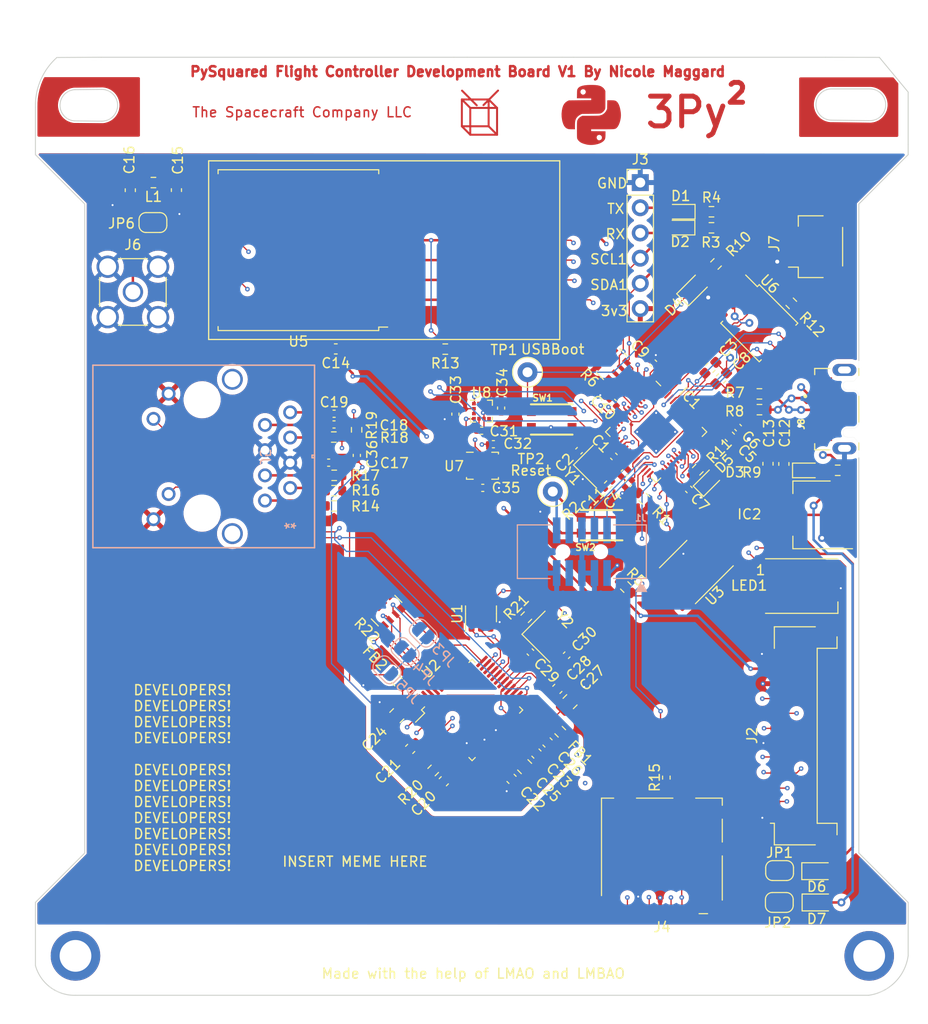
<source format=kicad_pcb>
(kicad_pcb (version 20221018) (generator pcbnew)
  (layers (0 "F.Cu" signal) (1 "In1.Cu" signal) (2 "In2.Cu" signal) (31 "B.Cu" signal) (34 "B.Paste" user) (35 "F.Paste" user) (36 "B.SilkS" user "B.Silkscreen") (37 "F.SilkS" user "F.Silkscreen") (38 "B.Mask" user) (39 "F.Mask" user) (44 "Edge.Cuts" user))
  (net 0 "")
  (net 1 "Net-(IC1-XIN)")
  (net 2 "Net-(C2-Pad2)")
  (net 3 "1.2V")
  (net 4 "GND")
  (net 5 "3.3V")
  (net 6 "VBUS")
  (net 7 "3v3 Spec")
  (net 8 "VCC_RF1")
  (net 9 "RF1_ANT")
  (net 10 "Net-(J6-In)")
  (net 11 "TCT")
  (net 12 "RCT")
  (net 13 "Net-(C18-Pad1)")
  (net 14 "RX+")
  (net 15 "Net-(C19-Pad1)")
  (net 16 "RX-")
  (net 17 "VDDA")
  (net 18 "Net-(U2-TOCAP)")
  (net 19 "Net-(U2-1V20)")
  (net 20 "Net-(U2-XI{slash}CLKIN)")
  (net 21 "Net-(U2-XO)")
  (net 22 "Net-(U8-C1)")
  (net 23 "Net-(D1-K)")
  (net 24 "TX")
  (net 25 "Net-(D2-K)")
  (net 26 "RX")
  (net 27 "Net-(D3-A)")
  (net 28 "/USBBOOT")
  (net 29 "Net-(D4-A)")
  (net 30 "Net-(D5-A)")
  (net 31 "Net-(D6-K)")
  (net 32 "Net-(D7-K)")
  (net 33 "SDA1")
  (net 34 "SCL1")
  (net 35 "SDA0")
  (net 36 "SCL0")
  (net 37 "ENABLE_BURN")
  (net 38 "I2C_RESET")
  (net 39 "SPI1_MISO")
  (net 40 "SPI1_CS0")
  (net 41 "SPI1_SCK")
  (net 42 "SPI1_MOSI")
  (net 43 "ENAB_RF")
  (net 44 "VBUS_RESET")
  (net 45 "BURN_RELAY_A")
  (net 47 "Net-(IC1-XOUT)")
  (net 48 "SWCLK")
  (net 49 "SWDIO")
  (net 50 "/~{RESET}")
  (net 51 "SPI0_MISO")
  (net 52 "SPI0_CS0")
  (net 53 "SPI0_SCK")
  (net 54 "SPI0_MOSI")
  (net 55 "RF1_RST")
  (net 56 "WDT_WDI")
  (net 57 "RF1_IO4")
  (net 58 "RF1_IO0")
  (net 59 "NEOPIX")
  (net 60 "NEO_PWR")
  (net 61 "firm_active")
  (net 62 "/A2")
  (net 63 "/A3")
  (net 64 "/D-")
  (net 65 "/D+")
  (net 66 "/QSPI_DATA[3]")
  (net 67 "/QSPI_SCK")
  (net 68 "/QSPI_DATA[0]")
  (net 69 "/QSPI_DATA[2]")
  (net 70 "/QSPI_DATA[1]")
  (net 71 "/QSPI_CS")
  (net 77 "TX+")
  (net 78 "TX-")
  (net 79 "GREENLED")
  (net 80 "YELLOWLED")
  (net 81 "Net-(JP3-A)")
  (net 82 "Net-(JP3-B)")
  (net 83 "Net-(JP4-B)")
  (net 84 "Net-(JP5-B)")
  (net 85 "Net-(U3-~{RESET})")
  (net 86 "Net-(U2-EXRES1)")
  (net 87 "Net-(R22-R4.1)")
  (net 88 "MISO_ETHER")
  (net 103 "Net-(U3-~{MR})")
  (net 123 "USB_D-")
  (net 124 "USB_D+")
  (net 126 "SPI0_CS1")
  (net 127 "GNDA")
  (footprint "LED_SMD:LED_0603_1608Metric" (layer "F.Cu") (at 211.241036 90.238965 45)
    (fp_text reference "D5")
    (fp_text value "LED")
  )
  (footprint "Resistor_SMD:R_Array_Convex_4x0603" (layer "F.Cu") (at 178.75 103.32 135)
    (fp_text reference "R22")
    (fp_text value "10k")
  )
  (footprint "Capacitor_SMD:C_0402_1005Metric" (layer "F.Cu") (at 202.74 89.45 -135)
    (fp_text reference "C11")
    (fp_text value "100nf")
  )
  (footprint "Capacitor_SMD:C_0603_1608Metric" (layer "F.Cu") (at 217.21 88.52 90)
    (fp_text reference "C13")
    (fp_text value "22uF")
  )
  (footprint "Resistor_SMD:R_0603_1608Metric" (layer "F.Cu") (at 216.345 81.48)
    (fp_text reference "R7")
    (fp_text value "22")
  )
  (footprint "Capacitor_SMD:C_0402_1005Metric" (layer "F.Cu") (at 172.91 88.41)
    (fp_text reference "C17")
    (fp_text value "10nf")
  )
  (footprint "Resistor_SMD:R_0402_1005Metric" (layer "F.Cu") (at 206.96 120.14 90)
    (fp_text reference "R15")
    (fp_text value "10k")
  )
  (footprint "Connector_Coaxial:SMA_Amphenol_901-144_Vertical" (layer "F.Cu") (at 153.17 71.21)
    (fp_text reference "J6")
    (fp_text value "Conn_Coaxial")
  )
  (footprint "Capacitor_SMD:C_0603_1608Metric" (layer "F.Cu") (at 152.91 60.96 -90)
    (fp_text reference "C16")
    (fp_text value "DNI")
  )
  (footprint "Resistor_SMD:R_0603_1608Metric" (layer "F.Cu") (at 173.43 85.83 180)
    (fp_text reference "R18")
    (fp_text value "49.9")
  )
  (footprint "Package_TO_SOT_SMD:SOT-223" (layer "F.Cu") (at 221.63 93.67 180)
    (fp_text reference "IC2")
    (fp_text value "AZ1117CH-3.3TRG1")
  )
  (footprint "Capacitor_SMD:C_0805_2012Metric" (layer "F.Cu") (at 179.78 113.9 45)
    (fp_text reference "C24")
    (fp_text value "10uF")
  )
  (footprint "Capacitor_SMD:C_0402_1005Metric" (layer "F.Cu") (at 203.12 90.51 45)
    (fp_text reference "C4")
    (fp_text value "100nf")
  )
  (footprint "Capacitor_SMD:C_0805_2012Metric" (layer "F.Cu") (at 192.67 119.04 135)
    (fp_text reference "C25")
    (fp_text value "10uF")
  )
  (footprint "LED_SMD:LED_0603_1608Metric" (layer "F.Cu") (at 208.37 63.13 180)
    (fp_text reference "D1")
    (fp_text value "LED")
  )
  (footprint "Resistor_SMD:R_Array_Convex_4x0603" (layer "F.Cu") (at 201.457868 78.494924 135)
    (fp_text reference "R6")
    (fp_text value "10k")
  )
  (footprint "Resistor_SMD:R_0603_1608Metric" (layer "F.Cu") (at 196.26 115.52 -45)
    (fp_text reference "FB1")
    (fp_text value "FerriteBead")
  )
  (footprint "Capacitor_SMD:C_0603_1608Metric" (layer "F.Cu") (at 218.81 88.54 90)
    (fp_text reference "C12")
    (fp_text value "10uF")
  )
  (footprint "LED_SMD:LED_0603_1608Metric" (layer "F.Cu") (at 221.17 89.19)
    (fp_text reference "D3")
    (fp_text value "LED")
  )
  (footprint "Capacitor_SMD:C_0603_1608Metric" (layer "F.Cu") (at 184.52 120.51 -135)
    (fp_text reference "C20")
    (fp_text value "0.1uF")
  )
  (footprint "Capacitor_SMD:C_0402_1005Metric" (layer "F.Cu") (at 173.45 84.56)
    (fp_text reference "C18")
    (fp_text value "6.8nf")
  )
  (footprint "FC_DEV_BOARD:BTN_KMR2_4.6X2.8" (layer "F.Cu") (at 200.43 94.71)
    (fp_text reference "SW2")
    (fp_text value "KMR2")
  )
  (footprint "Capacitor_SMD:C_0402_1005Metric" (layer "F.Cu") (at 189.52 86.55)
    (fp_text reference "C32")
    (fp_text value "100nf")
  )
  (footprint "Capacitor_SMD:C_0402_1005Metric" (layer "F.Cu") (at 173.46 83.48)
    (fp_text reference "C19")
    (fp_text value "6.8nf")
  )
  (footprint "LOGO" (layer "F.Cu") (at 199.374384 53.975466)
    (fp_text reference "G***" hide)
    (fp_text value "LOGO" hide)
  )
  (footprint "Capacitor_SMD:C_0402_1005Metric" (layer "F.Cu") (at 190.3 82.91 -90)
    (fp_text reference "C34")
    (fp_text value "100nf")
  )
  (footprint "Resistor_SMD:R_0603_1608Metric" (layer "F.Cu") (at 155.24 60.19 180)
    (fp_text reference "L1")
    (fp_text value "DNI")
  )
  (footprint "Capacitor_SMD:C_0603_1608Metric" (layer "F.Cu") (at 211.401992 78.848008 45)
    (fp_text reference "C3")
    (fp_text value "1uF")
  )
  (footprint "Crystal:Crystal_SMD_3225-4Pin_3.2x2.5mm" (layer "F.Cu") (at 194.98 105.95 -45)
    (fp_text reference "Y2")
    (fp_text value "25MHz")
  )
  (footprint "Resistor_SMD:R_0402_1005Metric" (layer "F.Cu") (at 201.1 90.63 -135)
    (fp_text reference "R2")
    (fp_text value "1k")
  )
  (footprint "Resistor_SMD:R_0603_1608Metric" (layer "F.Cu") (at 173.47 89.69 180)
    (fp_text reference "R17")
    (fp_text value "10")
  )
  (footprint "Capacitor_SMD:C_0603_1608Metric" (layer "F.Cu") (at 191.35 120.27 -45)
    (fp_text reference "C22")
    (fp_text value "0.1uF")
  )
  (footprint "Resistor_SMD:R_0603_1608Metric" (layer "F.Cu") (at 192.84 103.98 45)
    (fp_text reference "R21")
    (fp_text value "1M")
  )
  (footprint "Crystal:Crystal_SMD_2520-4Pin_2.5x2.0mm" (layer "F.Cu") (at 199.756307 88.816256 -45)
    (fp_text reference "Y1")
    (fp_text value "12MHZ")
  )
  (footprint "LOGO" (layer "F.Cu") (at 199.374384 53.975466)
    (fp_text reference "G***" hide)
    (fp_text value "LOGO" hide)
  )
  (footprint "Capacitor_SMD:C_0603_1608Metric" (layer "F.Cu") (at 212.48 79.92 45)
    (fp_text reference "C8")
    (fp_text value "1uF")
  )
  (footprint "Capacitor_SMD:C_0402_1005Metric" (layer "F.Cu") (at 201.57 82.35 135)
    (fp_text reference "C10")
    (fp_text value "100nf")
  )
  (footprint "Jumper:SolderJumper-2_P1.3mm_Open_RoundedPad1.0x1.5mm" (layer "F.Cu") (at 218.38 129.51)
    (fp_text reference "JP1")
    (fp_text value "SolderJumper_2_Open")
  )
  (footprint "" (layer "F.Cu") (at 227.4144 138.1)
    (fp_text reference "")
    (fp_text value "")
  )
  (footprint "" (layer "F.Cu") (at 147.381083 138.1)
    (fp_text reference "")
    (fp_text value "")
  )
  (footprint "Capacitor_SMD:C_0603_1608Metric" (layer "F.Cu") (at 157.56 60.95 -90)
    (fp_text reference "C15")
    (fp_text value "DNI")
  )
  (footprint "Capacitor_SMD:C_0805_2012Metric" (layer "F.Cu") (at 197.25 112.49 45)
    (fp_text reference "C27")
    (fp_text value "10uF")
  )
  (footprint "Resistor_SMD:R_0603_1608Metric" (layer "F.Cu") (at 219.56 72.36 135)
    (fp_text reference "R12")
    (fp_text value "10k")
  )
  (footprint "Resistor_SMD:R_0603_1608Metric" (layer "F.Cu") (at 173.45 92.77 180)
    (fp_text reference "R14")
    (fp_text value "49.9")
  )
  (footprint "FC_DEV_BOARD:RFM98PW" (layer "F.Cu") (at 178.51 67.501499 180)
    (fp_text reference "U4" hide)
    (fp_text value "RFM98PW" hide)
  )
  (footprint "Resistor_SMD:R_0603_1608Metric" (layer "F.Cu") (at 175.73 85.1 -90)
    (fp_text reference "R19")
    (fp_text value "49.9")
  )
  (footprint "Package_TO_SOT_SMD:SOT-23-5" (layer "F.Cu") (at 188.27 103.64 90)
    (fp_text reference "U1")
    (fp_text value "SN74AHC1G125DBVR")
  )
  (footprint "Resistor_SMD:R_0603_1608Metric" (layer "F.Cu") (at 211.51 63.13)
    (fp_text reference "R4")
    (fp_text value "1k")
  )
  (footprint "Resistor_SMD:R_0603_1608Metric" (layer "F.Cu") (at 183.45 119.42 45)
    (fp_text reference "R20")
    (fp_text value "12.4k")
  )
  (footprint "TestPoint:TestPoint_Loop_D1.80mm_Drill1.0mm_Beaded" (layer "F.Cu") (at 195.51 91.32)
    (fp_text reference "TP2")
    (fp_text value "RESET")
  )
  (footprint "Diode_SMD:D_SOD-323F" (layer "F.Cu") (at 222.23 129.57)
    (fp_text reference "D6")
    (fp_text value "NSR0320")
  )
  (footprint "Package_LGA:LGA-14_3x2.5mm_P0.5mm_LayoutBorder3x4y" (layer "F.Cu") (at 188.42 88.72)
    (fp_text reference "U7")
    (fp_text value "LSM6DSOTR")
  )
  (footprint "Capacitor_SMD:C_0402_1005Metric" (layer "F.Cu") (at 198.16 87.21 -135)
    (fp_text reference "C2")
    (fp_text value "22pF")
  )
  (footprint "Jumper:SolderJumper-2_P1.3mm_Open_RoundedPad1.0x1.5mm" (layer "F.Cu") (at 155.19 64.22)
    (fp_text reference "JP6")
    (fp_text value "SolderJumper_2_Open")
  )
  (footprint "Capacitor_SMD:C_0603_1608Metric" (layer "F.Cu") (at 195.97 111.2 45)
    (fp_text reference "C28")
    (fp_text value "0.1uF")
  )
  (footprint "Capacitor_SMD:C_0603_1608Metric" (layer "F.Cu") (at 213.36 85.8 -45)
    (fp_text reference "C6")
    (fp_text value "1uF")
  )
  (footprint "Capacitor_SMD:C_0402_1005Metric" (layer "F.Cu") (at 205.65 78.39 135)
    (fp_text reference "C9")
    (fp_text value "100nf")
  )
  (footprint "Package_SO:SOIC-8_5.275x5.275mm_P1.27mm" (layer "F.Cu") (at 216.33 74.36 -45)
    (fp_text reference "U6")
    (fp_text value "W25Q128JV")
  )
  (footprint "LED_SMD:LED_0603_1608Metric" (layer "F.Cu") (at 208.35 64.73 180)
    (fp_text reference "D2")
    (fp_text value "LED")
  )
  (footprint "Resistor_SMD:R_0603_1608Metric" (layer "F.Cu") (at 179.78 110.36 -45)
    (fp_text reference "FB2")
    (fp_text value "FerriteBead")
  )
  (footprint "Capacitor_SMD:C_0402_1005Metric" (layer "F.Cu") (at 209.23 91.11 -45)
    (fp_text reference "C7")
    (fp_text value "100nf")
  )
  (footprint "Resistor_SMD:R_0603_1608Metric" (layer "F.Cu") (at 216.35 83.07)
    (fp_text reference "R8")
    (fp_text value "22")
  )
  (footprint "LED_SMD:LED_WS2812B_PLCC4_5.0x5.0mm_P3.2mm" (layer "F.Cu") (at 220.61 100.84)
    (fp_text reference "LED1")
    (fp_text value "WS2812B_SK6812_1515")
  )
  (footprint "Diode_SMD:D_SOD-323F" (layer "F.Cu") (at 222.26 132.72)
    (fp_text reference "D7")
    (fp_text value "NSR0320")
  )
  (footprint "Resistor_SMD:R_0603_1608Metric" (layer "F.Cu") (at 210.13 89.12 45)
    (fp_text reference "R11")
    (fp_text value "10k")
  )
  (footprint "Capacitor_SMD:C_0402_1005Metric" (layer "F.Cu") (at 201.67 87.78 -45)
    (fp_text reference "C1")
    (fp_text value "22pF")
  )
  (footprint "Diode_SMD:D_SOD-323F" (layer "F.Cu") (at 209.7425 70.86 45)
    (fp_text reference "D4")
    (fp_text value "NSR0320")
  )
  (footprint "Resistor_SMD:R_0603_1608Metric" (layer "F.Cu") (at 211.51 64.75)
    (fp_text reference "R3")
    (fp_text value "1k")
  )
  (footprint "Connector_Card:microSD_HC_Molex_104031-0811" (layer "F.Cu") (at 206.53 128.03 180)
    (fp_text reference "J4")
    (fp_text value "104031-0811")
  )
  (footprint "Resistor_SMD:R_0603_1608Metric" (layer "F.Cu") (at 204.74 92.05 135)
    (fp_text reference "R1")
    (fp_text value "10k")
  )
  (footprint "Connector_JST:JST_SH_SM04B-SRSS-TB_1x04-1MP_P1.00mm_Horizontal" (layer "F.Cu") (at 222.05 66.65 90)
    (fp_text reference "J7")
    (fp_text value "Breakout")
  )
  (footprint "Capacitor_SMD:C_0603_1608Metric" (layer "F.Cu") (at 181.13 117.25 -135)
    (fp_text reference "C21")
    (fp_text value "0.1uF")
  )
  (footprint "Capacitor_SMD:C_0603_1608Metric" (layer "F.Cu") (at 193.86 117.72 -45)
    (fp_text reference "C23")
    (fp_text value "0.1uF")
  )
  (footprint "Package_DFN_QFN:QFN-56-1EP_7x7mm_P0.4mm_EP3.2x3.2mm_ThermalVias" (layer "F.Cu") (at 205.93 85.31 -45)
    (fp_text reference "IC1")
    (fp_text value "RP2040_QFN56")
  )
  (footprint "Capacitor_SMD:C_0402_1005Metric" (layer "F.Cu") (at 188.34 85.19)
    (fp_text reference "C31")
    (fp_text value "220nf")
  )
  (footprint "RF_Module:HOPERF_RFM9XW_SMD" (layer "F.Cu") (at 169.86 67 180)
    (fp_text reference "U5")
    (fp_text value "RFM9xBreakout")
  )
  (footprint "Capacitor_SMD:C_0402_1005Metric" (layer "F.Cu") (at 214.199411 84.879411 135)
    (fp_text reference "C5")
    (fp_text value "100nf")
  )
  (footprint "Resistor_SMD:R_0603_1608Metric" (layer "F.Cu") (at 173.46 91.23 180)
    (fp_text reference "R16")
    (fp_text value "49.9")
  )
  (footprint "Package_LGA:LGA-12_2x2mm_P0.5mm" (layer "F.Cu") (at 188.32 83.22)
    (fp_text reference "U8")
    (fp_text value "LSM303AGRTR")
  )
  (footprint "Jumper:SolderJumper-2_P1.3mm_Open_RoundedPad1.0x1.5mm" (layer "F.Cu") (at 218.35 132.72)
    (fp_text reference "JP2")
    (fp_text value "SolderJumper_2_Open")
  )
  (footprint "FC_DEV_BOARD:BTN_KMR2_4.6X2.8" (layer "F.Cu") (at 195.4 84.06)
    (fp_text reference "SW1")
    (fp_text value "KMR2")
  )
  (footprint "Capacitor_SMD:C_0402_1005Metric" (layer "F.Cu") (at 175.75 87.68 -90)
    (fp_text reference "C36")
    (fp_text value "10nf")
  )
  (footprint "Capacitor_SMD:C_0402_1005Metric" (layer "F.Cu") (at 193.25 107.5 -45)
    (fp_text reference "C29")
    (fp_text value "22pF")
  )
  (footprint "Capacitor_SMD:C_0603_1608Metric" (layer "F.Cu") (at 173.63 76.95 180)
    (fp_text reference "C14")
    (fp_text value "10uF")
  )
  (footprint "Connector_Molex:Molex_Pico-Lock_504050-1291_1x12-1MP_P1.50mm_Horizontal" (layer "F.Cu") (at 220.745 115.93 90)
    (fp_text reference "J2")
    (fp_text value "FC to EPS Connector")
  )
  (footprint "Capacitor_SMD:C_0402_1005Metric" (layer "F.Cu") (at 185.69 83.52 -90)
    (fp_text reference "C33")
    (fp_text value "100nf")
  )
  (footprint "TestPoint:TestPoint_Loop_D1.80mm_Drill1.0mm_Beaded" (layer "F.Cu") (at 192.96 79.3)
    (fp_text reference "TP1")
    (fp_text value "USBBOOT")
  )
  (footprint "Resistor_SMD:R_0603_1608Metric" (layer "F.Cu") (at 202.88 100.94 -45)
    (fp_text reference "R5")
    (fp_text value "10k")
  )
  (footprint "Package_SO:SO-8_3.9x4.9mm_P1.27mm" (layer "F.Cu") (at 209.46 99.43 -135)
    (fp_text reference "U3")
    (fp_text value "MAX706RESA")
  )
  (footprint "Resistor_SMD:R_0603_1608Metric" (layer "F.Cu") (at 211.97 68.39 -135)
    (fp_text reference "R10")
    (fp_text value "1k")
  )
  (footprint "Capacitor_SMD:C_0603_1608Metric" (layer "F.Cu") (at 194.98 116.6 135)
    (fp_text reference "C26")
    (fp_text value "0.1uF")
  )
  (footprint "Capacitor_SMD:C_0402_1005Metric" (layer "F.Cu") (at 196.91 107.81 -135)
    (fp_text reference "C30")
    (fp_text value "22pF")
  )
  (footprint "FC_DEV_BOARD:MOLEX_105164-0001" (layer "F.Cu") (at 226.37 83.02 90)
    (fp_text reference "J8")
    (fp_text value "USB_B_Micro")
    (fp_line (start -4.9 0) (end -3.4 0) (stroke (width 0.01)) (layer "Edge.Cuts"))
    (fp_line (start -3.4 0) (end -2.825 -0.5) (stroke (width 0.01)) (layer "Edge.Cuts"))
    (fp_line (start -2.825 -1.15) (end -2.825 -0.5) (stroke (width 0.01)) (layer "Edge.Cuts"))
    (fp_line (start -1.925 -1.15) (end -1.925 -0.5) (stroke (width 0.01)) (layer "Edge.Cuts"))
    (fp_line (start 0.00053 0.004943) (end -1.29947 0.004943) (stroke (width 0.01)) (layer "Edge.Cuts"))
    (fp_line (start 0.00053 0.004943) (end 1.3 0) (stroke (width 0.01)) (layer "Edge.Cuts"))
    (fp_line (start 1.925 -1.15) (end 1.925 -0.5) (stroke (width 0.01)) (layer "Edge.Cuts"))
    (fp_line (start 2.825 -1.15) (end 2.825 -0.5) (stroke (width 0.01)) (layer "Edge.Cuts"))
    (fp_line (start 3.4 0) (end 2.825 -0.5) (stroke (width 0.01)) (layer "Edge.Cuts"))
    (fp_line (start 4.9 0) (end 3.4 0) (stroke (width 0.01)) (layer "Edge.Cuts"))
    (fp_arc (start -2.825 -1.15) (mid -2.375 -1.6) (end -1.925 -1.15) (stroke (width 0.01)) (layer "Edge.Cuts"))
    (fp_arc (start -1.29947 0.004943) (mid -1.716881 -0.117891) (end -1.924999 -0.5) (stroke (width 0.01)) (layer "Edge.Cuts"))
    (fp_arc (start 1.925 -1.15) (mid 2.375 -1.6) (end 2.825 -1.15) (stroke (width 0.01)) (layer "Edge.Cuts"))
    (fp_arc (start 1.925529 -0.504943) (mid 1.717412 -0.122833) (end 1.3 0) (stroke (width 0.01)) (layer "Edge.Cuts"))
  )
  (footprint "Resistor_SMD:R_0603_1608Metric" (layer "F.Cu") (at 184.67 76.97 180)
    (fp_text reference "R13")
    (fp_text value "10k")
  )
  (footprint "Package_QFP:LQFP-48_7x7mm_P0.5mm" (layer "F.Cu") (at 187.372124 113.328788 45)
    (fp_text reference "U2")
    (fp_text value "W5500")
  )
  (footprint "Connector_PinHeader_2.54mm:PinHeader_1x06_P2.54mm_Vertical" (layer "F.Cu") (at 204.33 60.19)
    (fp_text reference "J3")
    (fp_text value "Life Makes Lemonade")
  )
  (footprint "Capacitor_SMD:C_0402_1005Metric" (layer "F.Cu") (at 188.45 90.95)
    (fp_text reference "C35")
    (fp_text value "100nf")
  )
  (footprint "Resistor_SMD:R_0603_1608Metric" (layer "F.Cu") (at 224.24 89.18 180)
    (fp_text reference "R9")
    (fp_text value "10k")
  )
  (footprint "FC_DEV_BOARD:JTAG_2X05_1.27MM_BOX_NOCREAM" (layer "B.Cu") (at 198.44 97.38 180)
    (fp_text reference "J1")
    (fp_text value "Conn_ARM_JTAG_SWD_10")
  )
  (footprint "Jumper:SolderJumper-2_P1.3mm_Open_RoundedPad1.0x1.5mm" (layer "B.Cu") (at 178.79 109.28 135)
    (fp_text reference "JP5")
    (fp_text value "SolderJumper_2_Open")
  )
  (footprint "FC_DEV_BOARD:RB1-125BAG1A_WIZ" (layer "B.Cu") (at 169.030001 92.23 90)
    (fp_text reference "J5")
    (fp_text value "RJ45_LED_Shielded")
  )
  (footprint "Jumper:SolderJumper-2_P1.3mm_Open_RoundedPad1.0x1.5mm" (layer "B.Cu") (at 180.620381 107.440381 135)
    (fp_text reference "JP4")
    (fp_text value "SolderJumper_2_Open")
  )
  (footprint "Jumper:SolderJumper-2_P1.3mm_Open_RoundedPad1.0x1.5mm" (layer "B.Cu") (at 182.45 105.58 135)
    (fp_text reference "JP3")
    (fp_text value "SolderJumper_2_Open")
  )
  (gr_line (start 187.19 55.37) (end 186.34 54.52) (stroke (width 0.2)) (layer "F.Cu"))
  (gr_line (start 189.04 51.82) (end 189.89 52.67) (stroke (width 0.2)) (layer "F.Cu"))
  (gr_line (start 187.84 52.41) (end 186.36 50.93) (stroke (width 0.2)) (layer "F.Cu"))
  (gr_line (start 186.34 54.52) (end 189.04 54.52) (stroke (width 0.2)) (layer "F.Cu"))
  (gr_line (start 187.19 52.67) (end 187.19 55.37) (stroke (width 0.2)) (layer "F.Cu"))
  (gr_line (start 189.89 52.67) (end 187.19 52.67) (stroke (width 0.2)) (layer "F.Cu"))
  (gr_line (start 189.04 51.82) (end 186.34 51.82) (stroke (width 0.2)) (layer "F.Cu"))
  (gr_line (start 188.52 52.39) (end 189.99 50.92) (stroke (width 0.2)) (layer "F.Cu"))
  (gr_line (start 189.04 54.52) (end 189.04 51.82) (stroke (width 0.2)) (layer "F.Cu"))
  (gr_line (start 186.34 54.52) (end 186.34 51.82) (stroke (width 0.2)) (layer "F.Cu"))
  (gr_line (start 186.34 51.82) (end 187.19 52.67) (stroke (width 0.2)) (layer "F.Cu"))
  (gr_line (start 187.19 55.37) (end 189.89 55.37) (stroke (width 0.2)) (layer "F.Cu"))
  (gr_line (start 189.04 54.52) (end 189.89 55.37) (stroke (width 0.2)) (layer "F.Cu"))
  (gr_line (start 189.89 55.37) (end 189.89 52.67) (stroke (width 0.2)) (layer "F.Cu"))
  (gr_line (start 147.266164 53.978713) (end 150.016362 54.003722) (stroke (width 0.1)) (layer "Edge.Cuts"))
  (gr_line (start 197.601362 47.563722) (end 223.001362 47.563722) (stroke (width 0.1)) (layer "Edge.Cuts"))
  (gr_arc (start 143.3432 52.5744) (mid 143.878092 49.844486) (end 145.50672 47.589245) (stroke (width 0.1)) (layer "Edge.Cuts"))
  (gr_arc (start 150.016362 50.803722) (mid 151.616378 52.403722) (end 150.016362 54.003722) (stroke (width 0.1)) (layer "Edge.Cuts"))
  (gr_arc (start 223.616362 53.903722) (mid 222.041575 52.303731) (end 223.666337 50.754515) (stroke (width 0.1)) (layer "Edge.Cuts"))
  (gr_line (start 143.3432 134) (end 143.3432 132.71) (stroke (width 0.1)) (layer "Edge.Cuts"))
  (gr_line (start 143.3432 139.0744) (end 143.3432 134) (stroke (width 0.1)) (layer "Edge.Cuts"))
  (gr_line (start 147.316139 50.829506) (end 150.016362 50.803722) (stroke (width 0.1)) (layer "Edge.Cuts"))
  (gr_line (start 143.3432 57.38) (end 143.3432 52.5744) (stroke (width 0.1)) (layer "Edge.Cuts"))
  (gr_line (start 145.50672 47.589245) (end 149.976362 47.563722) (stroke (width 0.1)) (layer "Edge.Cuts"))
  (gr_line (start 231.3432 133.532) (end 231.3432 132.71) (stroke (width 0.1)) (layer "Edge.Cuts"))
  (gr_line (start 227.3432 142.0744) (end 147.3432 142.0744) (stroke (width 0.1)) (layer "Edge.Cuts"))
  (gr_line (start 223.001362 47.563722) (end 228.441362 47.578722) (stroke (width 0.1)) (layer "Edge.Cuts"))
  (gr_arc (start 227.466362 50.753722) (mid 229.066378 52.353722) (end 227.466362 53.953722) (stroke (width 0.1)) (layer "Edge.Cuts"))
  (gr_arc (start 147.266164 53.978713) (mid 145.821876 52.380794) (end 147.316139 50.829506) (stroke (width 0.1)) (layer "Edge.Cuts"))
  (gr_line (start 231.3432 132.71) (end 226.37 127.7368) (stroke (width 0.1)) (layer "Edge.Cuts"))
  (gr_arc (start 147.3432 142.0744) (mid 144.830806 141.257591) (end 143.3432 139.0744) (stroke (width 0.1)) (layer "Edge.Cuts"))
  (gr_line (start 197.601362 47.563722) (end 196.4436 47.563722) (stroke (width 0.1)) (layer "Edge.Cuts"))
  (gr_line (start 143.3432 132.71) (end 148.32 127.7332) (stroke (width 0.1)) (layer "Edge.Cuts"))
  (gr_line (start 185.536362 47.563722) (end 149.976362 47.563722) (stroke (width 0.1)) (layer "Edge.Cuts"))
  (gr_line (start 185.536362 47.563722) (end 186.8932 47.563722) (stroke (width 0.1)) (layer "Edge.Cuts"))
  (gr_line (start 186.8932 47.563722) (end 196.4436 47.563722) (stroke (width 0.1)) (layer "Edge.Cuts"))
  (gr_line (start 223.616362 53.903722) (end 227.466362 53.953722) (stroke (width 0.1)) (layer "Edge.Cuts"))
  (gr_line (start 143.3432 57.38) (end 148.32 62.3568) (stroke (width 0.1)) (layer "Edge.Cuts"))
  (gr_line (start 226.37 87.92) (end 226.37 127.7368) (stroke (width 0.1)) (layer "Edge.Cuts"))
  (gr_line (start 231.3432 57.38) (end 226.37 62.3532) (stroke (width 0.1)) (layer "Edge.Cuts"))
  (gr_line (start 231.3432 56.345522) (end 231.3432 57.38) (stroke (width 0.1)) (layer "Edge.Cuts"))
  (gr_line (start 226.37 78.12) (end 226.37 62.3532) (stroke (width 0.1)) (layer "Edge.Cuts"))
  (gr_line (start 231.3432 56.345522) (end 231.3432 51.0744) (stroke (width 0.1)) (layer "Edge.Cuts"))
  (gr_line (start 228.441362 47.578722) (end 231.3432 51.0744) (stroke (width 0.1)) (layer "Edge.Cuts"))
  (gr_line (start 231.3432 133.532) (end 231.3432 138.0744) (stroke (width 0.1)) (layer "Edge.Cuts"))
  (gr_line (start 227.466362 50.753722) (end 223.666337 50.754515) (stroke (width 0.1)) (layer "Edge.Cuts"))
  (gr_line (start 148.32 127.7332) (end 148.32 62.3568) (stroke (width 0.1)) (layer "Edge.Cuts"))
  (gr_arc (start 231.3432 138.0744) (mid 230.019606 140.750806) (end 227.3432 142.0744) (stroke (width 0.1)) (layer "Edge.Cuts"))
  (gr_text "2" (at 214.07 51.2) (layer "F.Cu") (effects (font (size 2 2) (thickness 0.5))))
  (gr_text "3Py" (at 209.01 53.12) (layer "F.Cu") (effects (font (size 3 3) (thickness 0.5))))
  (gr_text "PySquared Flight Controller Development Board V1 By Nicole Maggard" (at 185.92 49.6) (layer "F.Cu") (effects (font (size 1 1) (thickness 0.25) bold) (justify bottom)))
  (gr_text "The Spacecraft Company LLC" (at 159.07 53.69) (layer "F.Cu") (effects (font (size 1 1)) (justify left bottom)))
  (gr_text "DEVELOPERS!\nDEVELOPERS!\nDEVELOPERS!\nDEVELOPERS!\n\nDEVELOPERS!\nDEVELOPERS!\nDEVELOPERS!\nDEVELOPERS!\nDEVELOPERS!\nDEVELOPERS!\nDEVELOPERS!" (at 153.14 129.62) (layer "F.SilkS") (effects (font (size 1 1)) (justify left bottom)))
  (gr_text "SDA1" (at 199.19 71.08) (layer "F.SilkS") (effects (font (size 1 1)) (justify left bottom)))
  (gr_text "SCL1" (at 199.18 68.5) (layer "F.SilkS") (effects (font (size 1 1)) (justify left bottom)))
  (gr_text "GND" (at 199.87 60.85) (layer "F.SilkS") (effects (font (size 1 1)) (justify left bottom)))
  (gr_text "3v3" (at 200.27 73.71) (layer "F.SilkS") (effects (font (size 1 1)) (justify left bottom)))
  (gr_text "Made with the help of LMAO and LMBAO" (at 172.11 140.47) (layer "F.SilkS") (effects (font (size 1 1)) (justify left bottom)))
  (gr_text "RX" (at 200.74 65.97) (layer "F.SilkS") (effects (font (size 1 1)) (justify left bottom)))
  (gr_text "Reset" (at 191.15 89.79) (layer "F.SilkS") (effects (font (size 1 1)) (justify left bottom)))
  (gr_text "INSERT MEME HERE" (at 168.16 129.19) (layer "F.SilkS") (effects (font (size 1 1)) (justify left bottom)))
  (gr_text "USBBoot" (at 192.21 77.57) (layer "F.SilkS") (effects (font (size 1 1)) (justify left bottom)))
  (gr_text "TX" (at 200.9 63.42) (layer "F.SilkS") (effects (font (size 1 1)) (justify left bottom)))
  (segment (start 201.690589 88.119411) (end 200.87 88.94) (width 0.127) (layer "F.Cu") (net 1))
  (segment (start 203.075056 87.316415) (end 202.27206 88.119411) (width 0.127) (layer "F.Cu") (net 1))
  (segment (start 202.27206 88.119411) (end 202.009411 88.119411) (width 0.127) (layer "F.Cu") (net 1))
  (segment (start 202.009411 88.119411) (end 201.690589 88.119411) (width 0.127) (layer "F.Cu") (net 1))
  (segment (start 198.752709 90.990624) (end 198.0365 90.274415) (width 0.127) (layer "F.Cu") (net 2))
  (segment (start 200.739376 90.990624) (end 198.752709 90.990624) (width 0.127) (layer "F.Cu") (net 2))
  (segment (start 198.642614 88.692512) (end 197.820589 87.870487) (width 0.127) (layer "F.Cu") (net 2))
  (segment (start 198.0365 89.298626) (end 198.642614 88.692512) (width 0.127) (layer "F.Cu") (net 2))
  (segment (start 197.820589 87.870487) (end 197.820589 87.549411) (width 0.127) (layer "F.Cu") (net 2))
  (segment (start 198.0365 90.274415) (end 198.0365 89.298626) (width 0.127) (layer "F.Cu") (net 2))
  (segment (start 208.219258 82.737899) (end 207.879242 83.077915) (width 0.127) (layer "F.Cu") (net 3))
  (segment (start 209.633472 84.152113) (end 209.973489 83.812096) (width 0.127) (layer "F.Cu") (net 3))
  (segment (start 208.219258 82.737899) (end 210.853984 80.103173) (width 0.127) (layer "F.Cu") (net 3))
  (segment (start 208.902129 84.492129) (end 209.293456 84.492129) (width 0.127) (layer "F.Cu") (net 3))
  (segment (start 206.043758 87.836242) (end 209.293455 84.586545) (width 0.127) (layer "F.Cu") (net 3))
  (segment (start 209.973489 83.812096) (end 213.132096 83.812096) (width 0.127) (layer "F.Cu") (net 3))
  (segment (start 210.853984 80.103173) (end 210.853984 79.396016) (width 0.127) (layer "F.Cu") (net 3))
  (segment (start 203.769411 89.860589) (end 203.459411 90.170589) (width 0.127) (layer "F.Cu") (net 3))
  (segment (start 203.769411 89.002134) (end 203.769411 89.860589) (width 0.127) (layer "F.Cu") (net 3))
  (segment (start 203.583568 88.816291) (end 203.769411 89.002134) (width 0.127) (layer "F.Cu") (net 3))
  (segment (start 209.293455 84.49213) (end 209.633472 84.152113) (width 0.127) (layer "F.Cu") (net 3))
  (segment (start 205.716242 87.836242) (end 206.043758 87.836242) (width 0.127) (layer "F.Cu") (net 3))
  (segment (start 207.879242 83.469242) (end 208.902129 84.492129) (width 0.127) (layer "F.Cu") (net 3))
  (segment (start 203.923585 88.164944) (end 203.583568 88.504961) (width 0.127) (layer "F.Cu") (net 3))
  (segment (start 204.684416 87.404113) (end 205.284113 87.404113) (width 0.127) (layer "F.Cu") (net 3))
  (segment (start 209.293455 84.586545) (end 209.293455 84.49213) (width 0.127) (layer "F.Cu") (net 3))
  (segment (start 203.583568 88.504961) (end 203.583568 88.816291) (width 0.127) (layer "F.Cu") (net 3))
  (segment (start 213.132096 83.812096) (end 213.86 84.54) (width 0.127) (layer "F.Cu") (net 3))
  (segment (start 209.293456 84.492129) (end 209.633472 84.152113) (width 0.127) (layer "F.Cu") (net 3))
  (segment (start 205.284113 87.404113) (end 205.716242 87.836242) (width 0.127) (layer "F.Cu") (net 3))
  (segment (start 203.923585 88.164944) (end 204.684416 87.404113) (width 0.127) (layer "F.Cu") (net 3))
  (segment (start 207.879242 83.077915) (end 207.879242 83.469242) (width 0.127) (layer "F.Cu") (net 3))
  (segment (start 188.93 89.6425) (end 188.92 89.6325) (width 0.127) (layer "F.Cu") (net 4))
  (segment (start 214.538822 85.218822) (end 214.538822 85.717194) (width 0.127) (layer "F.Cu") (net 4))
  (segment (start 209.933762 96.262163) (end 209.933761 96.336239) (width 0.25) (layer "F.Cu") (net 4))
  (segment (start 190.29 111.471572) (end 190.29 113.13) (width 0.127) (layer "F.Cu") (net 4))
  (segment (start 205.419411 78.050589) (end 205.9 77.57) (width 0.127) (layer "F.Cu") (net 4))
  (segment (start 217.95 124.18) (end 216.65 124.18) (width 0.25) (layer "F.Cu") (net 4))
  (segment (start 223.06 102.49) (end 224.49 101.06) (width 0.127) (layer "F.Cu") (net 4))
  (segment (start 210.684189 90.795812) (end 210.22301 90.795812) (width 0.127) (layer "F.Cu") (net 4))
  (segment (start 212.437377 73.161454) (end 212.437377 73.027377) (width 0.25) (layer "F.Cu") (net 4))
  (segment (start 196.570589 108.149411) (end 196.208403 108.511597) (width 0.127) (layer "F.Cu") (net 4))
  (segment (start 214.538822 85.218822) (end 214.538822 85.318822) (width 0.127) (layer "F.Cu") (net 4))
  (segment (start 197.921751 111.818249) (end 197.921751 111.768249) (width 0.127) (layer "F.Cu") (net 4))
  (segment (start 210.684189 90.795812) (end 210.684189 91.645811) (width 0.127) (layer "F.Cu") (net 4))
  (segment (start 189.0825 83.47) (end 188.58 83.47) (width 0.127) (layer "F.Cu") (net 4))
  (segment (start 175.078999 60) (end 172.4775 62.601499) (width 0.25) (layer "F.Cu") (net 4))
  (segment (start 177.463363 109.776637) (end 176.41 110.83) (width 0.127) (layer "F.Cu") (net 4))
  (segment (start 202.780589 90.169411) (end 202.400589 89.789411) (width 0.127) (layer "F.Cu") (net 4))
  (segment (start 198.53 89.990944) (end 198.53 90.07) (width 0.127) (layer "F.Cu") (net 4))
  (segment (start 210.831786 97.160188) (end 209.933762 96.262163) (width 0.25) (layer "F.Cu") (net 4))
  (segment (start 216.6 107.68) (end 217.95 107.68) (width 0.25) (layer "F.Cu") (net 4))
  (segment (start 151.845 61.735) (end 151.12 62.46) (width 0.25) (layer "F.Cu") (net 4))
  (segment (start 201.330589 87.440589) (end 201.080355 87.440589) (width 0.127) (layer "F.Cu") (net 4))
  (segment (start 213.021992 79.371992) (end 211.95 78.3) (width 0.127) (layer "F.Cu") (net 4))
  (segment (start 218.81 87.765) (end 217.23 87.765) (width 0.25) (layer "F.Cu") (net 4))
  (segment (start 200.700589 82.010589) (end 201.230589 82.010589) (width 0.127) (layer "F.Cu") (net 4))
  (segment (start 174.435 76.95) (end 177.385 74) (width 0.25) (layer "F.Cu") (net 4))
  (segment (start 202.48 95.51) (end 198.38 95.51) (width 0.25) (layer "F.Cu") (net 4))
  (segment (start 188.82 85.19) (end 188.57 84.94) (width 0.127) (layer "F.Cu") (net 4))
  (segment (start 210.684189 91.645811) (end 210.4 91.93) (width 0.127) (layer "F.Cu") (net 4))
  (segment (start 177.385 60) (end 175.078999 60) (width 0.25) (layer "F.Cu") (net 4))
  (segment (start 188.93 90.95) (end 188.93 89.6425) (width 0.127) (layer "F.Cu") (net 4))
  (segment (start 215.27 86.05) (end 215.515 86.05) (width 0.127) (layer "F.Cu") (net 4))
  (segment (start 224.78 95.97) (end 222.69 95.97) (width 0.25) (layer "F.Cu") (net 4))
  (segment (start 215.515 86.05) (end 217.21 87.745) (width 0.127) (layer "F.Cu") (net 4))
  (segment (start 179.196637 109.776637) (end 177.463363 109.776637) (width 0.127) (layer "F.Cu") (net 4))
  (segment (start 193.589411 108.172161) (end 190.845786 110.915786) (width 0.127) (layer "F.Cu") (net 4))
  (segment (start 216.77 116.68) (end 216.75 116.66) (width 0.25) (layer "F.Cu") (net 4))
  (segment (start 196.518008 110.651992) (end 196.570589 110.599411) (width 0.127) (layer "F.Cu") (net 4))
  (segment (start 209.933761 96.336239) (end 208.679998 97.590002) (width 0.25) (layer "F.Cu") (net 4))
  (segment (start 222.26 84.32) (end 220.77 84.32) (width 0.25) (layer "F.Cu") (net 4))
  (segment (start 188.57 83.9825) (end 188.56 83.9725) (width 0.127) (layer "F.Cu") (net 4))
  (segment (start 224.49 101.06) (end 224.55 101.06) (width 0.127) (layer "F.Cu") (net 4))
  (segment (start 172.4775 62.601499) (end 172.4775 65.251499) (width 0.25) (layer "F.Cu") (net 4))
  (segment (start 195.91 60.001499) (end 204.141499 60.001499) (width 0.127) (layer "F.Cu") (net 4))
  (segment (start 160.91 62.001499) (end 157.836499 62.001499) (width 0.25) (layer "F.Cu") (net 4))
  (segment (start 205.310589 78.050589) (end 205.419411 78.050589) (width 0.127) (layer "F.Cu") (net 4))
  (segment (start 204.141499 60.001499) (end 204.33 60.19) (width 0.127) (layer "F.Cu") (net 4))
  (segment (start 196.570589 110.599411) (end 196.570589 108.149411) (width 0.127) (layer "F.Cu") (net 4))
  (segment (start 213.028008 78.201992) (end 213.39 77.84) (width 0.127) (layer "F.Cu") (net 4))
  (segment (start 196.41 95.51) (end 194.25 93.35) (width 0.25) (layer "F.Cu") (net 4))
  (segment (start 157.56 61.725) (end 157.56 63.06) (width 0.25) (layer "F.Cu") (net 4))
  (segment (start 190.845786 110.915786) (end 190.29 111.471572) (width 0.127) (layer "F.Cu") (net 4))
  (segment (start 202.400589 89.789411) (end 202.400589 89.799411) (width 0.127) (layer "F.Cu") (net 4))
  (segment (start 189.22 104.7775) (end 189.8425 104.7775) (width 0.127) (layer "F.Cu") (net 4))
  (segment (start 177.385 74) (end 177.001368 74) (width 0.25) (layer "F.Cu") (net 4))
  (segment (start 177.001368 74) (end 172.4775 69.476132) (width 0.25) (layer "F.Cu") (net 4))
  (segment (start 214.538822 85.318822) (end 215.27 86.05) (width 0.127) (layer "F.Cu") (net 4))
  (segment (start 202.780589 90.849411) (end 202.780589 90.169411) (width 0.127) (layer "F.Cu") (net 4))
  (segment (start 188.58 83.47) (end 188.49 83.38) (width 0.127) (layer "F.Cu") (net 4))
  (segment (start 220.3825 89.19) (end 220.235 89.19) (width 0.25) (layer "F.Cu") (net 4))
  (segment (start 174.405 76.95) (end 174.435 76.95) (width 0.25) (layer "F.Cu") (net 4))
  (segment (start 196.208403 108.511597) (end 194.261597 108.511597) (width 0.127) (layer "F.Cu") (net 4))
  (segment (start 190 86.55) (end 190 85.63) (width 0.127) (layer "F.Cu") (net 4))
  (segment (start 222.69 95.97) (end 222.66 96) (width 0.25) (layer "F.Cu") (net 4))
  (segment (start 190.29 113.13) (end 190.339348 113.114032) (width 0.127) (layer "F.Cu") (net 4))
  (segment (start 198.499411 86.870589) (end 197.45 85.821178) (width 0.127) (layer "F.Cu") (net 4))
  (segment (start 218.15 68.15) (end 218.14 68.16) (width 0.25) (layer "F.Cu") (net 4))
  (segment (start 220.77 84.32) (end 220.4 84.69) (width 0.25) (layer "F.Cu") (net 4))
  (segment (start 209.395 60.19) (end 204.33 60.19) (width 0.25) (layer "F.Cu") (net 4))
  (segment (start 191.906446 114.68113) (end 191.84113 114.68113) (width 0.127) (layer "F.Cu") (net 4))
  (segment (start 172.4775 69.476132) (end 172.4775 65.251499) (width 0.25) (layer "F.Cu") (net 4))
  (segment (start 213.028008 79.371992) (end 213.028008 78.201992) (width 0.127) (layer "F.Cu") (net 4))
  (segment (start 194.261597 108.511597) (end 193.589411 107.839411) (width 0.127) (layer "F.Cu") (net 4))
  (segment (start 198.38 95.51) (end 196.41 95.51) (width 0.25) (layer "F.Cu") (net 4))
  (segment (start 169.226001 62) (end 162.335 62) (width 0.25) (layer "F.Cu") (net 4))
  (segment (start 193.35 84.86) (end 195.32 84.86) (width 0.127) (layer "F.Cu") (net 4))
  (segment (start 188.42 89.6325) (end 188.92 89.6325) (width 0.127) (layer "F.Cu") (net 4))
  (segment (start 157.56 63.06) (end 157.86 63.36) (width 0.25) (layer "F.Cu") (net 4))
  (segment (start 200.3 81.61) (end 200.700589 82.010589) (width 0.127) (layer "F.Cu") (net 4))
  (segment (start 190.07 90.95) (end 190.08 90.96) (width 0.127) (layer "F.Cu") (net 4))
  (segment (start 172.4775 65.251499) (end 169.226001 62) (width 0.25) (layer "F.Cu") (net 4))
  (segment (start 193.589411 107.839411) (end 193.589411 108.172161) (width 0.127) (layer "F.Cu") (net 4))
  (segment (start 191.84113 114.68113) (end 190.29 113.13) (width 0.127) (layer "F.Cu") (net 4))
  (segment (start 188.57 84.94) (end 188.57 83.9825) (width 0.127) (layer "F.Cu") (net 4))
  (segment (start 204.135 133.48) (end 204.135 132.145) (width 0.127) (layer "F.Cu") (net 4))
  (segment (start 213.028008 79.371992) (end 213.021992 79.371992) (width 0.127) (layer "F.Cu") (net 4))
  (segment (start 195.32 84.86) (end 197.45 84.86) (width 0.127) (layer "F.Cu") (net 4))
  (segment (start 190.22 83.47) (end 190.3 83.39) (width 0.127) (layer "F.Cu") (net 4))
  (segment (start 212.437377 73.027377) (end 211.18 71.77) (width 0.25) (layer "F.Cu") (net 4))
  (segment (start 157.836499 62.001499) (end 157.56 61.725) (width 0.25) (layer "F.Cu") (net 4))
  (segment (start 212.335 63.13) (end 212.335 64.75) (width 0.25) (layer "F.Cu") (net 4))
  (segment (start 190 85.63) (end 189.95 85.58) (width 0.127) (layer "F.Cu") (net 4))
  (segment (start 201.080355 87.440589) (end 198.53 89.990944) (width 0.127) (layer "F.Cu") (net 4))
  (segment (start 188.93 90.95) (end 190.07 90.95) (width 0.127) (layer "F.Cu") (net 4))
  (segment (start 189.0825 83.47) (end 190.22 83.47) (width 0.127) (layer "F.Cu") (net 4))
  (segment (start 197.45 85.821178) (end 197.45 84.86) (width 0.127) (layer "F.Cu") (net 4))
  (segment (start 214.538822 85.717194) (end 213.908008 86.348008) (width 0.127) (layer "F.Cu") (net 4))
  (segment (start 197.921751 111.768249) (end 198.68 111.01) (width 0.127) (layer "F.Cu") (net 4))
  (segment (start 152.91 61.735) (end 151.845 61.735) (width 0.25) (layer "F.Cu") (net 4))
  (segment (start 217.95 116.68) (end 216.77 116.68) (width 0.25) (layer "F.Cu") (net 4))
  (segment (start 202.780589 91.249411) (end 202.52 91.51) (width 0.127) (layer "F.Cu") (net 4))
  (segment (start 188.57 83.46) (end 188.49 83.38) (width 0.127) (layer "F.Cu") (net 4))
  (segment (start 216.65 124.18) (end 216.64 124.19) (width 0.25) (layer "F.Cu") (net 4))
  (segment (start 196.755494 110.651992) (end 197.921751 111.818249) (width 0.127) (layer "F.Cu") (net 4))
  (segment (start 190 86.55) (end 190 86.37) (width 0.127) (layer "F.Cu") (net 4))
  (segment (start 220.235 89.19) (end 218.81 87.765) (width 0.25) (layer "F.Cu") (net 4))
  (segment (start 196.518008 110.651992) (end 196.755494 110.651992) (width 0.127) (layer "F.Cu") (net 4))
  (segment (start 212.335 63.13) (end 209.395 60.19) (width 0.25) (layer "F.Cu") (net 4))
  (segment (start 188.57 83.9825) (end 188.57 83.46) (width 0.127) (layer "F.Cu") (net 4))
  (segment (start 204.135 132.145) (end 204.12 132.13) (width 0.127) (layer "F.Cu") (net 4))
  (segment (start 184.64 84) (end 184.61 84.03) (width 0.127) (layer "F.Cu") (net 4))
  (segment (start 190 86.37) (end 188.82 85.19) (width 0.127) (layer "F.Cu") (net 4))
  (segment (start 220.05 68.15) (end 218.15 68.15) (width 0.25) (layer "F.Cu") (net 4))
  (segment (start 189.8425 104.7775) (end 190.15 104.47) (width 0.127) (layer "F.Cu") (net 4))
  (segment (start 202.780589 90.849411) (end 202.780589 91.249411) (width 0.127) (layer "F.Cu") (net 4))
  (segment (start 217.23 87.765) (end 217.21 87.745) (width 0.25) (layer "F.Cu") (net 4))
  (segment (start 210.22301 90.795812) (end 209.569411 91.449411) (width 0.127) (layer "F.Cu") (net 4))
  (segment (start 185.69 84) (end 184.64 84) (width 0.127) (layer "F.Cu") (net 4))
  (via (at 215.27 86.05) (size 0.8) (drill 0.4) (layers "F.Cu" "B.Cu") (net 4))
  (via (at 216.64 124.19) (size 0.46) (drill 0.2) (layers "F.Cu" "B.Cu") (net 4))
  (via (at 176.41 110.83) (size 0.46) (drill 0.2) (layers "F.Cu" "B.Cu") (net 4))
  (via (at 184.61 84.03) (size 0.46) (drill 0.2) (layers "F.Cu" "B.Cu") (net 4))
  (via (at 210.4 91.93) (size 0.46) (drill 0.2) (layers "F.Cu" "B.Cu") (net 4))
  (via (at 218.14 68.16) (size 0.8) (drill 0.4) (layers "F.Cu" "B.Cu") (net 4))
  (via (at 208.679998 97.590002) (size 0.46) (drill 0.2) (layers "F.Cu" "B.Cu") (net 4))
  (via (at 200.3 81.61) (size 0.46) (drill 0.2) (layers "F.Cu" "B.Cu") (net 4))
  (via (at 151.12 62.46) (size 0.46) (drill 0.2) (layers "F.Cu" "B.Cu") (net 4))
  (via (at 216.75 116.66) (size 0.46) (drill 0.2) (layers "F.Cu" "B.Cu") (net 4))
  (via (at 213.39 77.84) (size 0.8) (drill 0.4) (layers "F.Cu" "B.Cu") (net 4))
  (via (at 222.66 96) (size 0.8) (drill 0.4) (layers "F.Cu" "B.Cu") (net 4))
  (via (at 189.95 85.58) (size 0.46) (drill 0.2) (layers "F.Cu" "B.Cu") (net 4))
  (via (at 190.29 113.13) (size 0.46) (drill 0.2) (layers "F.Cu" "B.Cu") (net 4))
  (via (at 198.53 90.07) (size 0.46) (drill 0.2) (layers "F.Cu" "B.Cu") (net 4))
  (via (at 190.15 104.47) (size 0.46) (drill 0.2) (layers "F.Cu" "B.Cu") (net 4))
  (via (at 157.86 63.36) (size 0.46) (drill 0.2) (layers "F.Cu" "B.Cu") (net 4))
  (via (at 220.4 84.69) (size 0.8) (drill 0.4) (layers "F.Cu" "B.Cu") (net 4))
  (via (at 205.9 77.57) (size 0.46) (drill 0.2) (layers "F.Cu" "B.Cu") (net 4))
  (via (at 204.12 132.13) (size 0.46) (drill 0.2) (layers "F.Cu" "B.Cu") (net 4))
  (via (at 224.55 101.06) (size 0.46) (drill 0.2) (layers "F.Cu" "B.Cu") (net 4))
  (via (at 211.18 71.77) (size 0.8) (drill 0.4) (layers "F.Cu" "B.Cu") (net 4))
  (via (at 195.32 84.86) (size 0.46) (drill 0.2) (layers "F.Cu" "B.Cu") (net 4))
  (via (at 198.68 111.01) (size 0.46) (drill 0.2) (layers "F.Cu" "B.Cu") (net 4))
  (via (at 194.25 93.35) (size 0.46) (drill 0.2) (layers "F.Cu" "B.Cu") (net 4))
  (via (at 202.52 91.51) (size 0.46) (drill 0.2) (layers "F.Cu" "B.Cu") (net 4))
  (via (at 188.49 83.38) (size 0.46) (drill 0.2) (layers "F.Cu" "B.Cu") (net 4))
  (via (at 190.08 90.96) (size 0.46) (drill 0.2) (layers "F.Cu" "B.Cu") (net 4))
  (via (at 216.6 107.68) (size 0.46) (drill 0.2) (layers "F.Cu" "B.Cu") (net 4))
  (segment (start 189.901389 89.48) (end 190.37 89.48) (width 0.127) (layer "F.Cu") (net 5))
  (segment (start 195.421992 111.691992) (end 195.421992 111.748008) (width 0.127) (layer "F.Cu") (net 5))
  (segment (start 208.037746 89.917746) (end 208.890589 90.770589) (width 0.127) (layer "F.Cu") (net 5))
  (segment (start 187.92 89.6325) (end 187.92 90.9) (width 0.127) (layer "F.Cu") (net 5))
  (segment (start 202.792214 83.572214) (end 201.909411 82.689411) (width 0.127) (layer "F.Cu") (net 5))
  (segment (start 202.792214 83.586427) (end 202.792214 83.572214) (width 0.127) (layer "F.Cu") (net 5))
  (segment (start 211.054835 80.468008) (end 211.931992 80.468008) (width 0.127) (layer "F.Cu") (net 5))
  (segment (start 209.916314 84.434955) (end 210.199157 84.717798) (width 0.127) (layer "F.Cu") (net 5))
  (segment (start 212.06 84.37) (end 212.811992 85.121992) (width 0.127) (layer "F.Cu") (net 5))
  (segment (start 207.653573 88.447786) (end 208.037746 88.831959) (width 0.127) (layer "F.Cu") (net 5))
  (segment (start 203.485787 84.28) (end 204.24 84.28) (width 0.127) (layer "F.Cu") (net 5))
  (segment (start 187.5575 83.47) (end 187.5575 82.97) (width 0.127) (layer "F.Cu") (net 5))
  (segment (start 188.39 86.55) (end 188.36 86.58) (width 0.127) (layer "F.Cu") (net 5))
  (segment (start 187.5575 82.97) (end 185.76 82.97) (width 0.127) (layer "F.Cu") (net 5))
  (segment (start 205.677814 81.380859) (end 205.337798 81.040843) (width 0.127) (layer "F.Cu") (net 5))
  (segment (start 208.784944 83.303585) (end 208.502101 83.020742) (width 0.127) (layer "F.Cu") (net 5))
  (segment (start 203.079411 89.110589) (end 203.079411 88.443432) (width 0.127) (layer "F.Cu") (net 5))
  (segment (start 206.335 132.255) (end 206.34 132.25) (width 0.127) (layer "F.Cu") (net 5))
  (segment (start 205.677814 82.842186) (end 205.677814 81.380859) (width 0.127) (layer "F.Cu") (net 5))
  (segment (start 192.832178 109.6365) (end 193.3665 109.6365) (width 0.127) (layer "F.Cu") (net 5))
  (segment (start 203.403758 84.362029) (end 203.485787 84.28) (width 0.127) (layer "F.Cu") (net 5))
  (segment (start 203.640742 87.882101) (end 204.16 87.362843) (width 0.127) (layer "F.Cu") (net 5))
  (segment (start 208.037746 88.831959) (end 208.037746 89.917746) (width 0.127) (layer "F.Cu") (net 5))
  (segment (start 195.676637 114.936637) (end 195.676637 114.063363) (width 0.127) (layer "F.Cu") (net 5))
  (segment (start 205.337798 81.040843) (end 205.337798 79.381024) (width 0.127) (layer "F.Cu") (net 5))
  (segment (start 189.891389 89.47) (end 189.901389 89.48) (width 0.127) (layer "F.Cu") (net 5))
  (segment (start 216.69 110.68) (end 217.95 110.68) (width 0.25) (layer "F.Cu") (net 5))
  (segment (start 210.199157 85.902202) (end 210.199157 84.717798) (width 0.127) (layer "F.Cu") (net 5))
  (segment (start 203.403758 85.505843) (end 203.403758 84.362029) (width 0.127) (layer "F.Cu") (net 5))
  (segment (start 193.3665 109.6365) (end 195.421992 111.691992) (width 0.127) (layer "F.Cu") (net 5))
  (segment (start 204.16 87.362843) (end 204.16 86.262085) (width 0.127) (layer "F.Cu") (net 5))
  (segment (start 189.5825 89.47) (end 189.891389 89.47) (width 0.127) (layer "F.Cu") (net 5))
  (segment (start 212.478008 80.468008) (end 213.13 81.12) (width 0.127) (layer "F.Cu") (net 5))
  (segment (start 187.92 90.9) (end 187.97 90.95) (width 0.127) (layer "F.Cu") (net 5))
  (segment (start 185.76 82.97) (end 185.69 83.04) (width 0.127) (layer "F.Cu") (net 5))
  (segment (start 189.0825 82.97) (end 189.0825 82.47) (width 0.127) (layer "F.Cu") (net 5))
  (segment (start 195.676637 114.063363) (end 196.578249 113.161751) (width 0.127) (layer "F.Cu") (net 5))
  (segment (start 189.04 86.55) (end 188.39 86.55) (width 0.127) (layer "F.Cu") (net 5))
  (segment (start 188.92 86.67) (end 189.04 86.55) (width 0.127) (layer "F.Cu") (net 5))
  (segment (start 204.16 86.262085) (end 203.403758 85.505843) (width 0.127) (layer "F.Cu") (net 5))
  (segment (start 203.079411 88.443432) (end 203.640742 87.882101) (width 0.127) (layer "F.Cu") (net 5))
  (segment (start 205.337798 79.381024) (end 205.989411 78.729411) (width 0.127) (layer "F.Cu") (net 5))
  (segment (start 202.792214 83.586427) (end 203.485787 84.28) (width 0.127) (layer "F.Cu") (net 5))
  (segment (start 206.335 133.48) (end 206.335 132.255) (width 0.127) (layer "F.Cu") (net 5))
  (segment (start 204.24 84.28) (end 205.677814 82.842186) (width 0.127) (layer "F.Cu") (net 5))
  (segment (start 210.199157 84.717798) (end 210.546955 84.37) (width 0.127) (layer "F.Cu") (net 5))
  (segment (start 208.502101 83.020742) (end 211.054835 80.468008) (width 0.127) (layer "F.Cu") (net 5))
  (segment (start 191.199339 111.269339) (end 192.832178 109.6365) (width 0.127) (layer "F.Cu") (net 5))
  (segment (start 212.811992 85.121992) (end 212.811992 85.251992) (width 0.127) (layer "F.Cu") (net 5))
  (segment (start 211.931992 80.468008) (end 212.478008 80.468008) (width 0.127) (layer "F.Cu") (net 5))
  (segment (start 188.92 87.8075) (end 188.92 86.67) (width 0.127) (layer "F.Cu") (net 5))
  (segment (start 210.546955 84.37) (end 212.06 84.37) (width 0.127) (layer "F.Cu") (net 5))
  (via (at 216.69 110.68) (size 0.46) (drill 0.2) (layers "F.Cu" "B.Cu") (net 5))
  (via (at 206.34 132.25) (size 0.46) (drill 0.2) (layers "F.Cu" "B.Cu") (net 5))
  (via (at 213.13 81.12) (size 0.46) (drill 0.2) (layers "F.Cu" "B.Cu") (net 5))
  (via (at 188.36 86.58) (size 0.46) (drill 0.2) (layers "F.Cu" "B.Cu") (net 5))
  (via (at 202.01 98.77) (size 0.46) (drill 0.2) (layers "F.Cu" "B.Cu") (net 5))
  (segment (start 200.98 99.53) (end 201.25 99.53) (width 0.25) (layer "B.Cu") (net 5))
  (segment (start 201.25 99.53) (end 202.01 98.77) (width 0.25) (layer "B.Cu") (net 5))
  (segment (start 224.61 132.72) (end 223.36 132.72) (width 0.25) (layer "F.Cu") (net 6))
  (segment (start 224.78 91.37) (end 224.78 89.465) (width 0.25) (layer "F.Cu") (net 6))
  (segment (start 223.18 91.37) (end 221.81 92.74) (width 0.25) (layer "F.Cu") (net 6))
  (segment (start 222.26 81.72) (end 221.47 81.72) (width 0.25) (layer "F.Cu") (net 6))
  (segment (start 223.525 87.64) (end 225.065 89.18) (width 0.25) (layer "F.Cu") (net 6))
  (segment (start 224.78 91.37) (end 223.18 91.37) (width 0.25) (layer "F.Cu") (net 6))
  (segment (start 224.78 89.465) (end 225.065 89.18) (width 0.25) (layer "F.Cu") (net 6))
  (segment (start 220.865 91.37) (end 224.78 91.37) (width 0.25) (layer "F.Cu") (net 6))
  (segment (start 218.81 89.315) (end 220.865 91.37) (width 0.25) (layer "F.Cu") (net 6))
  (segment (start 221.47 81.72) (end 220.55 80.8) (width 0.25) (layer "F.Cu") (net 6))
  (segment (start 222.75 87.64) (end 223.525 87.64) (width 0.25) (layer "F.Cu") (net 6))
  (via (at 221.81 92.74) (size 0.8) (drill 0.4) (layers "F.Cu" "B.Cu") (net 6))
  (via (at 220.55 80.8) (size 0.8) (drill 0.4) (layers "F.Cu" "B.Cu") (net 6))
  (via (at 222.75 87.64) (size 0.8) (drill 0.4) (layers "F.Cu" "B.Cu") (net 6))
  (via (at 224.61 132.72) (size 0.8) (drill 0.4) (layers "F.Cu" "B.Cu") (net 6))
  (segment (start 225.67 98.59) (end 225.745 98.665) (width 0.25) (layer "B.Cu") (net 6))
  (segment (start 224.13 97.57) (end 224.65 97.57) (width 0.25) (layer "B.Cu") (net 6))
  (segment (start 221.81 96.175305) (end 223.204695 97.57) (width 0.25) (layer "B.Cu") (net 6))
  (segment (start 223.204695 97.57) (end 224.13 97.57) (width 0.25) (layer "B.Cu") (net 6))
  (segment (start 224.65 97.57) (end 225.67 98.59) (width 0.25) (layer "B.Cu") (net 6))
  (segment (start 225.745 131.585) (end 224.61 132.72) (width 0.25) (layer "B.Cu") (net 6))
  (segment (start 225.745 98.665) (end 225.745 131.585) (width 0.25) (layer "B.Cu") (net 6))
  (segment (start 221.81 92.74) (end 221.81 96.175305) (width 0.25) (layer "B.Cu") (net 6))
  (segment (start 217.21 89.295) (end 218.48 90.565) (width 0.25) (layer "F.Cu") (net 7))
  (segment (start 218.48 93.67) (end 222.41 97.6) (width 0.25) (layer "F.Cu") (net 7))
  (segment (start 224.76 97.6) (end 225.745 98.585) (width 0.25) (layer "F.Cu") (net 7))
  (segment (start 222.41 97.6) (end 224.76 97.6) (width 0.25) (layer "F.Cu") (net 7))
  (segment (start 225.745 127.155) (end 223.33 129.57) (width 0.25) (layer "F.Cu") (net 7))
  (segment (start 225.745 98.585) (end 225.745 127.155) (width 0.25) (layer "F.Cu") (net 7))
  (segment (start 218.48 90.565) (end 218.48 93.67) (width 0.25) (layer "F.Cu") (net 7))
  (segment (start 224.78 93.67) (end 218.48 93.67) (width 0.25) (layer "F.Cu") (net 7))
  (segment (start 215.46 109.17) (end 217.94 109.17) (width 0.25) (layer "F.Cu") (net 8))
  (segment (start 172.855 76.95) (end 163.905 68) (width 0.25) (layer "F.Cu") (net 8))
  (segment (start 216.16 129.18) (end 222.43 122.91) (width 0.25) (layer "F.Cu") (net 8))
  (segment (start 217.7 132.72) (end 216.16 131.18) (width 0.25) (layer "F.Cu") (net 8))
  (segment (start 163.905 68) (end 162.335 68) (width 0.25) (layer "F.Cu") (net 8))
  (segment (start 216.16 131.18) (end 216.16 129.18) (width 0.25) (layer "F.Cu") (net 8))
  (segment (start 172.855 76.95) (end 175.34 79.435) (width 0.25) (layer "F.Cu") (net 8))
  (segment (start 175.34 79.435) (end 175.34 79.71) (width 0.25) (layer "F.Cu") (net 8))
  (segment (start 222.43 122.91) (end 222.43 113.66) (width 0.25) (layer "F.Cu") (net 8))
  (segment (start 222.43 113.66) (end 217.95 109.18) (width 0.25) (layer "F.Cu") (net 8))
  (segment (start 190.56 93) (end 199.944239 102.384239) (width 0.25) (layer "F.Cu") (net 8))
  (segment (start 199.944239 102.384239) (end 202.934239 102.384239) (width 0.25) (layer "F.Cu") (net 8))
  (segment (start 217.94 109.17) (end 217.95 109.18) (width 0.25) (layer "F.Cu") (net 8))
  (segment (start 202.934239 102.384239) (end 204.39 103.84) (width 0.25) (layer "F.Cu") (net 8))
  (via (at 182.79 85.77) (size 0.46) (drill 0.2) (layers "F.Cu" "B.Cu") (net 8))
  (via (at 215.46 109.17) (size 0.46) (drill 0.2) (layers "F.Cu" "B.Cu") (net 8))
  (via (at 204.39 103.84) (size 0.46) (drill 0.2) (layers "F.Cu" "B.Cu") (net 8))
  (via (at 175.34 79.71) (size 0.46) (drill 0.2) (layers "F.Cu" "B.Cu") (net 8))
  (via (at 190.56 93) (size 0.46) (drill 0.2) (layers "F.Cu" "B.Cu") (net 8))
  (segment (start 210.13 103.84) (end 215.46 109.17) (width 0.25) (layer "B.Cu") (net 8))
  (segment (start 176.73 79.71) (end 182.79 85.77) (width 0.25) (layer "B.Cu") (net 8))
  (segment (start 175.34 79.71) (end 176.73 79.71) (width 0.25) (layer "B.Cu") (net 8))
  (segment (start 204.39 103.84) (end 210.13 103.84) (width 0.25) (layer "B.Cu") (net 8))
  (segment (start 157.733501 60.001499) (end 157.56 60.175) (width 0.25) (layer "F.Cu") (net 9))
  (segment (start 156.065 60.19) (end 156.065 63.995) (width 0.25) (layer "F.Cu") (net 9))
  (segment (start 160.91 60.001499) (end 157.733501 60.001499) (width 0.25) (layer "F.Cu") (net 9))
  (segment (start 157.56 60.175) (end 156.08 60.175) (width 0.25) (layer "F.Cu") (net 9))
  (segment (start 156.08 60.175) (end 156.065 60.19) (width 0.25) (layer "F.Cu") (net 9))
  (segment (start 156.065 63.995) (end 155.84 64.22) (width 0.25) (layer "F.Cu") (net 9))
  (segment (start 154.415 60.19) (end 152.915 60.19) (width 0.25) (layer "F.Cu") (net 10))
  (segment (start 152.915 60.19) (end 152.91 60.185) (width 0.25) (layer "F.Cu") (net 10))
  (segment (start 154.54 64.22) (end 153.17 65.59) (width 0.25) (layer "F.Cu") (net 10))
  (segment (start 153.17 65.59) (end 153.17 71.21) (width 0.25) (layer "F.Cu") (net 10))
  (segment (start 154.54 64.22) (end 154.54 60.315) (width 0.25) (layer "F.Cu") (net 10))
  (segment (start 154.54 60.315) (end 154.415 60.19) (width 0.25) (layer "F.Cu") (net 10))
  (segment (start 172.645 89.69) (end 166.490001 89.69) (width 0.25) (layer "F.Cu") (net 11))
  (segment (start 172.43 89.475) (end 172.645 89.69) (width 0.25) (layer "F.Cu") (net 11))
  (segment (start 172.43 88.41) (end 172.43 89.475) (width 0.25) (layer "F.Cu") (net 11))
  (segment (start 172.555 85.88) (end 169.030001 85.88) (width 0.25) (layer "F.Cu") (net 12))
  (segment (start 172.605 85.83) (end 172.555 85.88) (width 0.25) (layer "F.Cu") (net 12))
  (segment (start 175.35 87.2) (end 174.91 87.64) (width 0.25) (layer "F.Cu") (net 12))
  (segment (start 175.75 87.2) (end 175.35 87.2) (width 0.25) (layer "F.Cu") (net 12))
  (segment (start 175.73 85.925) (end 175.73 87.18) (width 0.25) (layer "F.Cu") (net 12))
  (segment (start 174.91 87.64) (end 173.07 87.64) (width 0.25) (layer "F.Cu") (net 12))
  (segment (start 172.605 87.175) (end 172.605 85.83) (width 0.25) (layer "F.Cu") (net 12))
  (segment (start 175.73 87.18) (end 175.75 87.2) (width 0.25) (layer "F.Cu") (net 12))
  (segment (start 173.07 87.64) (end 172.605 87.175) (width 0.25) (layer "F.Cu") (net 12))
  (segment (start 172.97 84.56) (end 172.92 84.61) (width 0.25) (layer "F.Cu") (net 13))
  (segment (start 172.92 84.61) (end 166.490001 84.61) (width 0.25) (layer "F.Cu") (net 13))
  (segment (start 173.93 85.505) (end 174.255 85.83) (width 0.25) (layer "F.Cu") (net 14))
  (segment (start 184.252015 116.067985) (end 185.39 114.93) (width 0.127) (layer "F.Cu") (net 14))
  (segment (start 174.25 85.835) (end 174.255 85.83) (width 0.127) (layer "F.Cu") (net 14))
  (segment (start 173.93 84.56) (end 173.93 85.505) (width 0.25) (layer "F.Cu") (net 14))
  (segment (start 174.25 86.94) (end 174.25 85.835) (width 0.127) (layer "F.Cu") (net 14))
  (segment (start 184.252015 116.095343) (end 184.252015 116.067985) (width 0.127) (layer "F.Cu") (net 14))
  (via (at 174.25 86.94) (size 0.46) (drill 0.2) (layers "F.Cu" "B.Cu") (net 14))
  (via (at 185.39 114.93) (size 0.46) (drill 0.2) (layers "F.Cu" "B.Cu") (net 14))
  (segment (start 172.84 83.34) (end 169.030001 83.34) (width 0.25) (layer "F.Cu") (net 15))
  (segment (start 172.98 83.48) (end 172.84 83.34) (width 0.25) (layer "F.Cu") (net 15))
  (segment (start 175.44 83.23) (end 175.44 83.985) (width 0.127) (layer "F.Cu") (net 16))
  (segment (start 175.73 84.275) (end 174.735 84.275) (width 0.25) (layer "F.Cu") (net 16))
  (segment (start 175.44 83.985) (end 175.73 84.275) (width 0.127) (layer "F.Cu") (net 16))
  (segment (start 185.4 114.15) (end 183.898462 115.651538) (width 0.127) (layer "F.Cu") (net 16))
  (segment (start 183.898462 115.651538) (end 183.898462 115.74179) (width 0.127) (layer "F.Cu") (net 16))
  (segment (start 174.735 84.275) (end 173.94 83.48) (width 0.25) (layer "F.Cu") (net 16))
  (via (at 175.44 83.23) (size 0.46) (drill 0.2) (layers "F.Cu" "B.Cu") (net 16))
  (via (at 185.4 114.15) (size 0.46) (drill 0.2) (layers "F.Cu" "B.Cu") (net 16))
  (segment (start 194.321034 117.171992) (end 193.311992 117.171992) (width 0.127) (layer "F.Cu") (net 17))
  (segment (start 179.108249 114.571751) (end 175.02 110.483502) (width 0.127) (layer "F.Cu") (net 17))
  (segment (start 183.544909 115.388237) (end 182.231154 116.701992) (width 0.127) (layer "F.Cu") (net 17))
  (segment (start 185.851572 115.91) (end 184.959122 116.80245) (width 0.127) (layer "F.Cu") (net 17))
  (segment (start 174.295 92.75) (end 174.275 92.77) (width 0.25) (layer "F.Cu") (net 17))
  (segment (start 185.068008 118.814884) (end 185.068008 119.961992) (width 0.127) (layer "F.Cu") (net 17))
  (segment (start 174.295 89.69) (end 174.295 92.75) (width 0.25) (layer "F.Cu") (net 17))
  (segment (start 182.284904 117.308888) (end 181.678008 116.701992) (width 0.127) (layer "F.Cu") (net 17))
  (segment (start 189.785126 116.80245) (end 190.801992 117.819316) (width 0.127) (layer "F.Cu") (net 17))
  (segment (start 190.801992 119.23353) (end 189.078019 117.509557) (width 0.127) (layer "F.Cu") (net 17))
  (segment (start 175.02 93.515) (end 174.275 92.77) (width 0.127) (layer "F.Cu") (net 17))
  (segment (start 189.078019 117.509557) (end 187.478462 115.91) (width 0.127) (layer "F.Cu") (net 17))
  (segment (start 184.452684 117.308888) (end 182.284904 117.308888) (width 0.127) (layer "F.Cu") (net 17))
  (segment (start 175.02 110.483502) (end 175.02 93.515) (width 0.127) (layer "F.Cu") (net 17))
  (segment (start 195.389663 116.103363) (end 194.321034 117.171992) (width 0.127) (layer "F.Cu") (net 17))
  (segment (start 189.09 114.98) (end 189.09 116.107324) (width 0.127) (layer "F.Cu") (net 17))
  (segment (start 191.199339 115.388237) (end 192.983094 117.171992) (width 0.127) (layer "F.Cu") (net 17))
  (segment (start 196.843363 116.103363) (end 195.389663 116.103363) (width 0.127) (layer "F.Cu") (net 17))
  (segment (start 189.09 116.107324) (end 189.785126 116.80245) (width 0.127) (layer "F.Cu") (net 17))
  (segment (start 182.231154 116.701992) (end 181.678008 116.701992) (width 0.127) (layer "F.Cu") (net 17))
  (segment (start 191.199339 115.388237) (end 190.591102 114.78) (width 0.127) (layer "F.Cu") (net 17))
  (segment (start 186.019782 117.86311) (end 185.068008 118.814884) (width 0.127) (layer "F.Cu") (net 17))
  (segment (start 190.801992 117.819316) (end 190.801992 119.721992) (width 0.127) (layer "F.Cu") (net 17))
  (segment (start 189.29 114.78) (end 189.09 114.98) (width 0.127) (layer "F.Cu") (net 17))
  (segment (start 190.801992 119.721992) (end 190.801992 119.23353) (width 0.127) (layer "F.Cu") (net 17))
  (segment (start 187.478462 115.91) (end 185.851572 115.91) (width 0.127) (layer "F.Cu") (net 17))
  (segment (start 190.591102 114.78) (end 189.29 114.78) (width 0.127) (layer "F.Cu") (net 17))
  (segment (start 192.983094 117.171992) (end 193.311992 117.171992) (width 0.127) (layer "F.Cu") (net 17))
  (segment (start 184.959122 116.80245) (end 184.452684 117.308888) (width 0.127) (layer "F.Cu") (net 17))
  (segment (start 191.998249 116.894253) (end 191.998249 118.368249) (width 0.127) (layer "F.Cu") (net 18))
  (segment (start 190.845786 115.74179) (end 191.998249 116.894253) (width 0.127) (layer "F.Cu") (net 18))
  (segment (start 192.570202 116.051992) (end 194.431992 116.051992) (width 0.127) (layer "F.Cu") (net 19))
  (segment (start 191.552893 115.034683) (end 192.570202 116.051992) (width 0.127) (layer "F.Cu") (net 19))
  (segment (start 192.910589 107.160589) (end 192.910589 108.143877) (width 0.127) (layer "F.Cu") (net 20))
  (segment (start 192.256637 104.563363) (end 192.391282 104.563363) (width 0.127) (layer "F.Cu") (net 20))
  (segment (start 193.601142 105.773223) (end 192.910589 106.463776) (width 0.127) (layer "F.Cu") (net 20))
  (segment (start 192.910589 108.143877) (end 190.492233 110.562233) (width 0.127) (layer "F.Cu") (net 20))
  (segment (start 192.391282 104.563363) (end 193.601142 105.773223) (width 0.127) (layer "F.Cu") (net 20))
  (segment (start 192.910589 106.463776) (end 192.910589 107.160589) (width 0.127) (layer "F.Cu") (net 20))
  (segment (start 193.53 103.29) (end 193.423363 103.396637) (width 0.127) (layer "F.Cu") (net 21))
  (segment (start 192.378966 103.396637) (end 191.45 104.325603) (width 0.127) (layer "F.Cu") (net 21))
  (segment (start 196.358858 104.298858) (end 195.35 103.29) (width 0.127) (layer "F.Cu") (net 21))
  (segment (start 191.45 108.897358) (end 190.138679 110.208679) (width 0.127) (layer "F.Cu") (net 21))
  (segment (start 197.249411 107.01733) (end 196.358858 106.126777) (width 0.127) (layer "F.Cu") (net 21))
  (segment (start 195.35 103.29) (end 193.53 103.29) (width 0.127) (layer "F.Cu") (net 21))
  (segment (start 193.423363 103.396637) (end 192.378966 103.396637) (width 0.127) (layer "F.Cu") (net 21))
  (segment (start 196.358858 106.126777) (end 196.358858 104.298858) (width 0.127) (layer "F.Cu") (net 21))
  (segment (start 197.249411 107.470589) (end 197.249411 107.01733) (width 0.127) (layer "F.Cu") (net 21))
  (segment (start 191.45 104.325603) (end 191.45 108.897358) (width 0.127) (layer "F.Cu") (net 21))
  (segment (start 187.86 85.19) (end 188.07 84.98) (width 0.127) (layer "F.Cu") (net 22))
  (segment (start 188.07 84.98) (end 188.07 83.9825) (width 0.127) (layer "F.Cu") (net 22))
  (segment (start 209.1575 63.13) (end 210.685 63.13) (width 0.25) (layer "F.Cu") (net 23))
  (segment (start 205.054955 81.323686) (end 204.714939 80.98367) (width 0.127) (layer "F.Cu") (net 24))
  (segment (start 207.1825 62.73) (end 204.33 62.73) (width 0.25) (layer "F.Cu") (net 24))
  (segment (start 207.5825 63.13) (end 207.1825 62.73) (width 0.25) (layer "F.Cu") (net 24))
  (segment (start 204.714939 80.98367) (end 204.714939 79.255061) (width 0.127) (layer "F.Cu") (net 24))
  (segment (start 204.714939 79.255061) (end 204.95 79.02) (width 0.127) (layer "F.Cu") (net 24))
  (via (at 204.95 79.02) (size 0.46) (drill 0.2) (layers "F.Cu" "B.Cu") (net 24))
  (segment (start 210.665 64.73) (end 210.685 64.75) (width 0.25) (layer "F.Cu") (net 25))
  (segment (start 209.1375 64.73) (end 210.665 64.73) (width 0.25) (layer "F.Cu") (net 25))
  (segment (start 204.07 80.904415) (end 204.772113 81.606528) (width 0.127) (layer "F.Cu") (net 26))
  (segment (start 204.07 78.55) (end 204.07 80.904415) (width 0.127) (layer "F.Cu") (net 26))
  (segment (start 207.5625 64.73) (end 207.0225 65.27) (width 0.25) (layer "F.Cu") (net 26))
  (segment (start 207.0225 65.27) (end 204.33 65.27) (width 0.25) (layer "F.Cu") (net 26))
  (via (at 204.07 78.55) (size 0.46) (drill 0.2) (layers "F.Cu" "B.Cu") (net 26))
  (segment (start 221.9675 89.18) (end 221.9575 89.19) (width 0.25) (layer "F.Cu") (net 27))
  (segment (start 223.415 89.18) (end 221.9675 89.18) (width 0.25) (layer "F.Cu") (net 27))
  (segment (start 200.702552 87.3) (end 200.309752 87.3) (width 0.127) (layer "F.Cu") (net 28))
  (segment (start 201.437886 86.690845) (end 201.311707 86.690845) (width 0.127) (layer "F.Cu") (net 28))
  (segment (start 192.96 82.87) (end 193.35 83.26) (width 0.127) (layer "F.Cu") (net 28))
  (segment (start 197.45 83.495) (end 197.45 83.26) (width 0.127) (layer "F.Cu") (net 28))
  (segment (start 199.75 85.795) (end 197.45 83.495) (width 0.127) (layer "F.Cu") (net 28))
  (segment (start 201.311707 86.690845) (end 200.702552 87.3) (width 0.127) (layer "F.Cu") (net 28))
  (segment (start 199.75 86.740248) (end 199.75 85.795) (width 0.127) (layer "F.Cu") (net 28))
  (segment (start 197.45 83.26) (end 193.35 83.26) (width 0.127) (layer "F.Cu") (net 28))
  (segment (start 200.309752 87.3) (end 199.75 86.740248) (width 0.127) (layer "F.Cu") (net 28))
  (segment (start 192.96 79.3) (end 192.96 82.87) (width 0.127) (layer "F.Cu") (net 28))
  (segment (start 201.943686 86.185045) (end 201.437886 86.690845) (width 0.127) (layer "F.Cu") (net 28))
  (segment (start 208.45 72.1525) (end 208.964683 71.637817) (width 0.127) (layer "F.Cu") (net 28))
  (segment (start 208.45 72.46) (end 208.45 72.1525) (width 0.127) (layer "F.Cu") (net 28))
  (via (at 208.45 72.46) (size 0.46) (drill 0.2) (layers "F.Cu" "B.Cu") (net 28))
  (segment (start 192.96 79.3) (end 201.61 79.3) (width 0.127) (layer "B.Cu") (net 28))
  (segment (start 201.61 79.3) (end 208.45 72.46) (width 0.127) (layer "B.Cu") (net 28))
  (segment (start 211.386637 68.973363) (end 211.386637 69.215863) (width 0.25) (layer "F.Cu") (net 29))
  (segment (start 211.386637 69.215863) (end 210.520317 70.082183) (width 0.25) (layer "F.Cu") (net 29))
  (segment (start 210.713363 88.536637) (end 210.713363 88.597598) (width 0.127) (layer "F.Cu") (net 30))
  (segment (start 210.713363 88.597598) (end 211.797883 89.682118) (width 0.127) (layer "F.Cu") (net 30))
  (segment (start 219.09 129.57) (end 219.03 129.51) (width 0.25) (layer "F.Cu") (net 31))
  (segment (start 221.13 129.57) (end 219.09 129.57) (width 0.25) (layer "F.Cu") (net 31))
  (segment (start 221.16 132.72) (end 219 132.72) (width 0.25) (layer "F.Cu") (net 32))
  (segment (start 203.2165 76.3835) (end 203.2165 71.4635) (width 0.127) (layer "F.Cu") (net 33))
  (segment (start 203.2165 78.009084) (end 203.2165 76.3965) (width 0.127) (layer "F.Cu") (net 33))
  (segment (start 186.77 84) (end 187.5275 84) (width 0.127) (layer "F.Cu") (net 33))
  (segment (start 203.564874 80.964975) (end 203.564874 78.904874) (width 0.127) (layer "F.Cu") (net 33))
  (segment (start 203.2165 76.3965) (end 203.21 76.39) (width 0.127) (layer "F.Cu") (net 33))
  (segment (start 220.05 66.15) (end 219.95 66.25) (width 0.25) (layer "F.Cu") (net 33))
  (segment (start 219.95 66.25) (end 208.43 66.25) (width 0.25) (layer "F.Cu") (net 33))
  (segment (start 186.77 84) (end 186.77 86.6575) (width 0.127) (layer "F.Cu") (net 33))
  (segment (start 203.564874 78.904874) (end 202.942792 78.282792) (width 0.127) (layer "F.Cu") (net 33))
  (segment (start 186.77 86.6575) (end 187.92 87.8075) (width 0.127) (layer "F.Cu") (net 33))
  (segment (start 204.48927 81.889371) (end 203.564874 80.964975) (width 0.127) (layer "F.Cu") (net 33))
  (segment (start 203.21 76.39) (end 203.2165 76.3835) (width 0.127) (layer "F.Cu") (net 33))
  (segment (start 208.43 66.25) (end 204.33 70.35) (width 0.25) (layer "F.Cu") (net 33))
  (segment (start 202.942792 78.282792) (end 203.2165 78.009084) (width 0.127) (layer "F.Cu") (net 33))
  (segment (start 187.5275 84) (end 187.5575 83.97) (width 0.127) (layer "F.Cu") (net 33))
  (segment (start 203.2165 71.4635) (end 204.33 70.35) (width 0.127) (layer "F.Cu") (net 33))
  (via (at 203.21 76.39) (size 0.46) (drill 0.2) (layers "F.Cu" "B.Cu") (net 33))
  (via (at 186.77 84) (size 0.46) (drill 0.2) (layers "F.Cu" "B.Cu") (net 33))
  (segment (start 188.1315 87.2315) (end 188.152889 87.2315) (width 0.127) (layer "F.Cu") (net 34))
  (segment (start 212.502462 65.8) (end 206.34 65.8) (width 0.25) (layer "F.Cu") (net 34))
  (segment (start 206.34 65.8) (end 204.33 67.81) (width 0.25) (layer "F.Cu") (net 34))
  (segment (start 220.05 65.15) (end 213.152462 65.15) (width 0.25) (layer "F.Cu") (net 34))
  (segment (start 187.678042 86.101958) (end 187.678042 86.778042) (width 0.127) (layer "F.Cu") (net 34))
  (segment (start 202.62 77.23) (end 202.617351 77.227351) (width 0.127) (layer "F.Cu") (net 34))
  (segment (start 202.377107 78.848477) (end 202.65995 79.13132) (width 0.127) (layer "F.Cu") (net 34))
  (segment (start 202.219673 77.630327) (end 202.219673 78.691043) (width 0.127) (layer "F.Cu") (net 34))
  (segment (start 187.6 81.76) (end 187.6 82.4275) (width 0.127) (layer "F.Cu") (net 34))
  (segment (start 188.42 87.498611) (end 188.42 87.8075) (width 0.127) (layer "F.Cu") (net 34))
  (segment (start 202.62 77.23) (end 202.219673 77.630327) (width 0.127) (layer "F.Cu") (net 34))
  (segment (start 202.219673 78.691043) (end 202.377107 78.848477) (width 0.127) (layer "F.Cu") (net 34))
  (segment (start 202.65995 80.625737) (end 204.206427 82.172214) (width 0.127) (layer "F.Cu") (net 34))
  (segment (start 213.152462 65.15) (end 212.502462 65.8) (width 0.25) (layer "F.Cu") (net 34))
  (segment (start 202.65995 79.13132) (end 202.65995 80.625737) (width 0.127) (layer "F.Cu") (net 34))
  (segment (start 187.678042 86.778042) (end 188.1315 87.2315) (width 0.127) (layer "F.Cu") (net 34))
  (segment (start 202.617351 69.522649) (end 204.33 67.81) (width 0.127) (layer "F.Cu") (net 34))
  (segment (start 187.6 82.4275) (end 187.5575 82.47) (width 0.127) (layer "F.Cu") (net 34))
  (segment (start 188.152889 87.2315) (end 188.42 87.498611) (width 0.127) (layer "F.Cu") (net 34))
  (segment (start 202.617351 77.227351) (end 202.617351 69.522649) (width 0.127) (layer "F.Cu") (net 34))
  (via (at 187.678042 86.101958) (size 0.46) (drill 0.2) (layers "F.Cu" "B.Cu") (net 34))
  (via (at 187.6 81.76) (size 0.46) (drill 0.2) (layers "F.Cu" "B.Cu") (net 34))
  (via (at 202.62 77.23) (size 0.46) (drill 0.2) (layers "F.Cu" "B.Cu") (net 34))
  (segment (start 202.33295 80.864421) (end 203.923585 82.455056) (width 0.127) (layer "F.Cu") (net 35))
  (segment (start 217.97 113.66) (end 217.95 113.68) (width 0.127) (layer "F.Cu") (net 35))
  (segment (start 204.574932 82.795073) (end 204.263602 82.795073) (width 0.127) (layer "F.Cu") (net 35))
  (segment (start 202.33295 79.935692) (end 202.33295 80.864421) (width 0.127) (layer "F.Cu") (net 35))
  (segment (start 204.263602 82.795073) (end 203.923585 82.455056) (width 0.127) (layer "F.Cu") (net 35))
  (segment (start 204.615762 82.754243) (end 204.574932 82.795073) (width 0.127) (layer "F.Cu") (net 35))
  (segment (start 201.811421 79.414163) (end 202.33295 79.935692) (width 0.127) (layer "F.Cu") (net 35))
  (segment (start 220.093 113.66) (end 217.97 113.66) (width 0.127) (layer "F.Cu") (net 35))
  (segment (start 204.850522 82.754243) (end 204.615762 82.754243) (width 0.127) (layer "F.Cu") (net 35))
  (via (at 220.093 113.66) (size 0.46) (drill 0.2) (layers "F.Cu" "B.Cu") (net 35))
  (via (at 204.850522 82.754243) (size 0.46) (drill 0.2) (layers "F.Cu" "B.Cu") (net 35))
  (segment (start 201.245736 80.342893) (end 201.245736 79.979848) (width 0.127) (layer "F.Cu") (net 36))
  (segment (start 203.640742 82.737899) (end 201.245736 80.342893) (width 0.127) (layer "F.Cu") (net 36))
  (segment (start 216.82 115.18) (end 216.81 115.17) (width 0.127) (layer "F.Cu") (net 36))
  (segment (start 204.253942 83.351099) (end 203.640742 82.737899) (width 0.127) (layer "F.Cu") (net 36))
  (segment (start 204.462067 83.351099) (end 204.253942 83.351099) (width 0.127) (layer "F.Cu") (net 36))
  (segment (start 217.95 115.18) (end 216.82 115.18) (width 0.127) (layer "F.Cu") (net 36))
  (via (at 204.462067 83.351099) (size 0.46) (drill 0.2) (layers "F.Cu" "B.Cu") (net 36))
  (via (at 216.81 115.17) (size 0.46) (drill 0.2) (layers "F.Cu" "B.Cu") (net 36))
  (segment (start 203.796738 83.459581) (end 203.357899 83.020742) (width 0.127) (layer "F.Cu") (net 37))
  (segment (start 203.796738 83.787) (end 203.796738 83.459581) (width 0.127) (layer "F.Cu") (net 37))
  (segment (start 216.65 112.18) (end 216.64 112.19) (width 0.127) (layer "F.Cu") (net 37))
  (segment (start 217.95 112.18) (end 216.65 112.18) (width 0.127) (layer "F.Cu") (net 37))
  (via (at 203.796738 83.787) (size 0.46) (drill 0.2) (layers "F.Cu" "B.Cu") (net 37))
  (via (at 216.64 112.19) (size 0.46) (drill 0.2) (layers "F.Cu" "B.Cu") (net 37))
  (segment (start 202.679075 82.907604) (end 202.679075 82.473441) (width 0.127) (layer "F.Cu") (net 38))
  (segment (start 216.86 119.68) (end 216.77 119.59) (width 0.127) (layer "F.Cu") (net 38))
  (segment (start 217.95 119.68) (end 216.86 119.68) (width 0.127) (layer "F.Cu") (net 38))
  (segment (start 220.55 119.23) (end 220.1 119.68) (width 0.127) (layer "F.Cu") (net 38))
  (segment (start 220.1 119.68) (end 217.95 119.68) (width 0.127) (layer "F.Cu") (net 38))
  (segment (start 203.075056 83.303585) (end 202.679075 82.907604) (width 0.127) (layer "F.Cu") (net 38))
  (via (at 202.679075 82.473441) (size 0.46) (drill 0.2) (layers "F.Cu" "B.Cu") (net 38))
  (via (at 216.77 119.59) (size 0.46) (drill 0.2) (layers "F.Cu" "B.Cu") (net 38))
  (via (at 220.55 119.23) (size 0.46) (drill 0.2) (layers "F.Cu" "B.Cu") (net 38))
  (segment (start 201.641732 83.312114) (end 201.12742 82.797802) (width 0.127) (layer "F.Cu") (net 39))
  (segment (start 177.385 72) (end 193.42 72) (width 0.25) (layer "F.Cu") (net 39))
  (segment (start 201.952215 83.312114) (end 201.641732 83.312114) (width 0.127) (layer "F.Cu") (net 39))
  (segment (start 199.59 72.31) (end 199.281499 72.001499) (width 0.127) (layer "F.Cu") (net 39))
  (segment (start 199.281499 72.001499) (end 195.91 72.001499) (width 0.127) (layer "F.Cu") (net 39))
  (segment (start 202.509371 83.86927) (end 201.952215 83.312114) (width 0.127) (layer "F.Cu") (net 39))
  (segment (start 193.42 72) (end 193.421499 72.001499) (width 0.25) (layer "F.Cu") (net 39))
  (segment (start 193.421499 72.001499) (end 195.91 72.001499) (width 0.25) (layer "F.Cu") (net 39))
  (via (at 201.12742 82.797802) (size 0.46) (drill 0.2) (layers "F.Cu" "B.Cu") (net 39))
  (via (at 199.59 72.31) (size 0.46) (drill 0.2) (layers "F.Cu" "B.Cu") (net 39))
  (segment (start 197.331499 66.001499) (end 195.91 66.001499) (width 0.127) (layer "F.Cu") (net 40))
  (segment (start 201.270817 83.639114) (end 201.713529 83.639114) (width 0.127) (layer "F.Cu") (net 40))
  (segment (start 200.340891 82.709188) (end 201.270817 83.639114) (width 0.127) (layer "F.Cu") (net 40))
  (segment (start 197.6 66.27) (end 197.331499 66.001499) (width 0.127) (layer "F.Cu") (net 40))
  (segment (start 201.713529 83.639114) (end 202.226528 84.152113) (width 0.127) (layer "F.Cu") (net 40))
  (segment (start 183.845 76.97) (end 183.845 75.685) (width 0.127) (layer "F.Cu") (net 40))
  (segment (start 200.340891 82.659109) (end 200.340891 82.709188) (width 0.127) (layer "F.Cu") (net 40))
  (segment (start 177.386499 66.001499) (end 183.24 66.001499) (width 0.25) (layer "F.Cu") (net 40))
  (segment (start 183.24 66.001499) (end 195.91 66.001499) (width 0.25) (layer "F.Cu") (net 40))
  (segment (start 177.385 66) (end 177.386499 66.001499) (width 0.25) (layer "F.Cu") (net 40))
  (segment (start 183.845 75.685) (end 183.24 75.08) (width 0.127) (layer "F.Cu") (net 40))
  (via (at 200.340891 82.659109) (size 0.46) (drill 0.2) (layers "F.Cu" "B.Cu") (net 40))
  (via (at 197.6 66.27) (size 0.46) (drill 0.2) (layers "F.Cu" "B.Cu") (net 40))
  (via (at 183.24 66.001499) (size 0.46) (drill 0.2) (layers "F.Cu" "B.Cu") (net 40))
  (via (at 183.24 75.08) (size 0.46) (drill 0.2) (layers "F.Cu" "B.Cu") (net 40))
  (segment (start 183.24 75.08) (end 183.24 66.001499) (width 0.127) (layer "B.Cu") (net 40))
  (segment (start 197.6 68.17) (end 197.431499 68.001499) (width 0.127) (layer "F.Cu") (net 41))
  (segment (start 197.431499 68.001499) (end 195.91 68.001499) (width 0.127) (layer "F.Cu") (net 41))
  (segment (start 199.392286 82.522424) (end 200.964801 84.094939) (width 0.127) (layer "F.Cu") (net 41))
  (segment (start 201.60367 84.094939) (end 201.943686 84.434955) (width 0.127) (layer "F.Cu") (net 41))
  (segment (start 195.91 68.001499) (end 177.386499 68.001499) (width 0.25) (layer "F.Cu") (net 41))
  (segment (start 200.964801 84.094939) (end 201.60367 84.094939) (width 0.127) (layer "F.Cu") (net 41))
  (segment (start 177.386499 68.001499) (end 177.385 68) (width 0.25) (layer "F.Cu") (net 41))
  (segment (start 199.392286 82.407714) (end 199.392286 82.522424) (width 0.127) (layer "F.Cu") (net 41))
  (via (at 197.6 68.17) (size 0.46) (drill 0.2) (layers "F.Cu" "B.Cu") (net 41))
  (via (at 199.392286 82.407714) (size 0.46) (drill 0.2) (layers "F.Cu" "B.Cu") (net 41))
  (segment (start 198.371758 82.190609) (end 198.47656 82.190609) (width 0.127) (layer "F.Cu") (net 42))
  (segment (start 177.386499 70.001499) (end 195.91 70.001499) (width 0.25) (layer "F.Cu") (net 42))
  (segment (start 177.385 70) (end 177.386499 70.001499) (width 0.25) (layer "F.Cu") (net 42))
  (segment (start 197.601499 70.001499) (end 195.91 70.001499) (width 0.127) (layer "F.Cu") (net 42))
  (segment (start 197.69 70.09) (end 197.601499 70.001499) (width 0.127) (layer "F.Cu") (net 42))
  (segment (start 201.003749 84.717798) (end 201.660843 84.717798) (width 0.127) (layer "F.Cu") (net 42))
  (segment (start 198.47656 82.190609) (end 201.003749 84.717798) (width 0.127) (layer "F.Cu") (net 42))
  (via (at 197.69 70.09) (size 0.46) (drill 0.2) (layers "F.Cu" "B.Cu") (net 42))
  (via (at 198.371758 82.190609) (size 0.46) (drill 0.2) (layers "F.Cu" "B.Cu") (net 42))
  (segment (start 217.95 118.18) (end 217.83 118.06) (width 0.127) (layer "F.Cu") (net 43))
  (segment (start 202.66 85.01) (end 202.553045 85.01) (width 0.127) (layer "F.Cu") (net 43))
  (segment (start 202.553045 85.01) (end 201.660843 85.902202) (width 0.127) (layer "F.Cu") (net 43))
  (segment (start 217.83 118.06) (end 216.67 118.06) (width 0.127) (layer "F.Cu") (net 43))
  (via (at 202.66 85.01) (size 0.46) (drill 0.2) (layers "F.Cu" "B.Cu") (net 43))
  (via (at 216.67 118.06) (size 0.46) (drill 0.2) (layers "F.Cu" "B.Cu") (net 43))
  (segment (start 202.8495 85.860738) (end 202.833677 85.860738) (width 0.127) (layer "F.Cu") (net 44))
  (segment (start 202.833677 85.860738) (end 202.226528 86.467887) (width 0.127) (layer "F.Cu") (net 44))
  (segment (start 217.97 121.2) (end 217.95 121.18) (width 0.127) (layer "F.Cu") (net 44))
  (segment (start 219.16 121.2) (end 217.97 121.2) (width 0.127) (layer "F.Cu") (net 44))
  (via (at 219.16 121.2) (size 0.46) (drill 0.2) (layers "F.Cu" "B.Cu") (net 44))
  (via (at 202.8495 85.860738) (size 0.46) (drill 0.2) (layers "F.Cu" "B.Cu") (net 44))
  (segment (start 203.55 86.35) (end 202.910101 86.35) (width 0.127) (layer "F.Cu") (net 45))
  (segment (start 219.11 122.54) (end 218.09 122.54) (width 0.127) (layer "F.Cu") (net 45))
  (segment (start 218.09 122.54) (end 217.95 122.68) (width 0.127) (layer "F.Cu") (net 45))
  (segment (start 202.910101 86.35) (end 202.509371 86.75073) (width 0.127) (layer "F.Cu") (net 45))
  (via (at 219.11 122.54) (size 0.46) (drill 0.2) (layers "F.Cu" "B.Cu") (net 45))
  (via (at 203.55 86.35) (size 0.46) (drill 0.2) (layers "F.Cu" "B.Cu") (net 45))
  (segment (start 201.460624 90.269376) (end 201.460624 89.535194) (width 0.127) (layer "F.Cu") (net 47))
  (segment (start 201.460624 89.535194) (end 203.357899 87.637919) (width 0.127) (layer "F.Cu") (net 47))
  (segment (start 203.357899 87.637919) (end 203.357899 87.599258) (width 0.127) (layer "F.Cu") (net 47))
  (segment (start 205.044501 87.897613) (end 204.7566 87.897613) (width 0.127) (layer "F.Cu") (net 48))
  (segment (start 204.7566 87.897613) (end 204.206427 88.447786) (width 0.127) (layer "F.Cu") (net 48))
  (via (at 205.044501 87.897613) (size 0.46) (drill 0.2) (layers "F.Cu" "B.Cu") (net 48))
  (segment (start 205.044501 87.897613) (end 204.756601 87.897613) (width 0.127) (layer "B.Cu") (net 48))
  (segment (start 199.71 92.944214) (end 199.71 95.23) (width 0.127) (layer "B.Cu") (net 48))
  (segment (start 204.756601 87.897613) (end 199.71 92.944214) (width 0.127) (layer "B.Cu") (net 48))
  (segment (start 205.540613 88.390613) (end 204.829286 88.390613) (width 0.127) (layer "F.Cu") (net 49))
  (segment (start 204.829286 88.390613) (end 204.48927 88.730629) (width 0.127) (layer "F.Cu") (net 49))
  (segment (start 205.76 88.61) (end 205.540613 88.390613) (width 0.127) (layer "F.Cu") (net 49))
  (via (at 205.76 88.61) (size 0.46) (drill 0.2) (layers "F.Cu" "B.Cu") (net 49))
  (segment (start 205.76 88.61) (end 204.63 88.61) (width 0.127) (layer "B.Cu") (net 49))
  (segment (start 200.98 92.26) (end 200.98 95.23) (width 0.127) (layer "B.Cu") (net 49))
  (segment (start 204.63 88.61) (end 200.98 92.26) (width 0.127) (layer "B.Cu") (net 49))
  (segment (start 203.255 94.685) (end 203.255 99.398274) (width 0.25) (layer "F.Cu") (net 50))
  (segment (start 202.48 93.91) (end 203.255 94.685) (width 0.25) (layer "F.Cu") (net 50))
  (segment (start 204.096411 89.689174) (end 204.096411 91.406411) (width 0.127) (layer "F.Cu") (net 50))
  (segment (start 198.1 93.91) (end 198.38 93.91) (width 0.25) (layer "F.Cu") (net 50))
  (segment (start 203.255 99.398274) (end 202.296637 100.356637) (width 0.25) (layer "F.Cu") (net 50))
  (segment (start 195.51 91.32) (end 198.1 93.91) (width 0.25) (layer "F.Cu") (net 50))
  (segment (start 202.48 93.143274) (end 204.156637 91.466637) (width 0.25) (layer "F.Cu") (net 50))
  (segment (start 204.096411 91.406411) (end 204.156637 91.466637) (width 0.127) (layer "F.Cu") (net 50))
  (segment (start 202.48 93.91) (end 202.48 93.143274) (width 0.25) (layer "F.Cu") (net 50))
  (segment (start 198.38 93.91) (end 202.48 93.91) (width 0.25) (layer "F.Cu") (net 50))
  (segment (start 204.772113 89.013472) (end 204.096411 89.689174) (width 0.127) (layer "F.Cu") (net 50))
  (segment (start 195.9 91.71) (end 195.51 91.32) (width 0.25) (layer "B.Cu") (net 50))
  (segment (start 195.9 95.23) (end 195.9 91.71) (width 0.25) (layer "B.Cu") (net 50))
  (segment (start 196.7 103.6) (end 194.42 101.32) (width 0.127) (layer "F.Cu") (net 51))
  (segment (start 204.589411 89.761858) (end 205.054955 89.296314) (width 0.127) (layer "F.Cu") (net 51))
  (segment (start 190.4025 101.32) (end 190.53 101.32) (width 0.127) (layer "F.Cu") (net 51))
  (segment (start 189.22 102.5025) (end 190.4025 101.32) (width 0.127) (layer "F.Cu") (net 51))
  (segment (start 204.589411 90.55) (end 204.589411 89.761858) (width 0.127) (layer "F.Cu") (net 51))
  (segment (start 194.42 101.32) (end 190.53 101.32) (width 0.127) (layer "F.Cu") (net 51))
  (segment (start 203.035 132.225) (end 203.03 132.22) (width 0.127) (layer "F.Cu") (net 51))
  (segment (start 203.035 133.48) (end 203.035 132.225) (width 0.127) (layer "F.Cu") (net 51))
  (via (at 190.53 101.32) (size 0.46) (drill 0.2) (layers "F.Cu" "B.Cu") (net 51))
  (via (at 196.7 103.6) (size 0.46) (drill 0.2) (layers "F.Cu" "B.Cu") (net 51))
  (via (at 203.03 132.22) (size 0.46) (drill 0.2) (layers "F.Cu" "B.Cu") (net 51))
  (via (at 204.589411 90.55) (size 0.46) (drill 0.2) (layers "F.Cu" "B.Cu") (net 51))
  (via (at 197.92 117.83) (size 0.46) (drill 0.2) (layers "F.Cu" "B.Cu") (net 51))
  (segment (start 208.51 125.57) (end 208.51 132.22) (width 0.127) (layer "F.Cu") (net 52))
  (segment (start 206.3765 113.4535) (end 206.38 113.45) (width 0.127) (layer "F.Cu") (net 52))
  (segment (start 206.3765 120.0665) (end 206.3765 113.4535) (width 0.127) (layer "F.Cu") (net 52))
  (segment (start 206.96 120.65) (end 206.3765 120.0665) (width 0.127) (layer "F.Cu") (net 52))
  (segment (start 206.96 120.65) (end 206.96 124.02) (width 0.127) (layer "F.Cu") (net 52))
  (segment (start 208.535 132.245) (end 208.51 132.22) (width 0.127) (layer "F.Cu") (net 52))
  (segment (start 206.96 124.02) (end 208.51 125.57) (width 0.127) (layer "F.Cu") (net 52))
  (segment (start 208.535 133.48) (end 208.535 132.245) (width 0.127) (layer "F.Cu") (net 52))
  (segment (start 205.337798 90.17) (end 205.337798 89.579157) (width 0.127) (layer "F.Cu") (net 52))
  (via (at 204.51 96.07) (size 0.46) (drill 0.2) (layers "F.Cu" "B.Cu") (net 52))
  (via (at 204.517 100.61) (size 0.46) (drill 0.2) (layers "F.Cu" "B.Cu") (net 52))
  (via (at 208.51 132.22) (size 0.46) (drill 0.2) (layers "F.Cu" "B.Cu") (net 52))
  (via (at 205.337798 90.17) (size 0.46) (drill 0.2) (layers "F.Cu" "B.Cu") (net 52))
  (via (at 206.38 113.45) (size 0.46) (drill 0.2) (layers "F.Cu" "B.Cu") (net 52))
  (segment (start 205.337798 90.572202) (end 204.51 91.4) (width 0.127) (layer "B.Cu") (net 52))
  (segment (start 203.8965 101.2305) (end 204.517 100.61) (width 0.127) (layer "B.Cu") (net 52))
  (segment (start 203.8965 110.9665) (end 203.8965 101.2305) (width 0.127) (layer "B.Cu") (net 52))
  (segment (start 205.337798 90.17) (end 205.337798 90.572202) (width 0.127) (layer "B.Cu") (net 52))
  (segment (start 204.51 91.4) (end 204.51 96.07) (width 0.127) (layer "B.Cu") (net 52))
  (segment (start 206.38 113.45) (end 203.8965 110.9665) (width 0.127) (layer "B.Cu") (net 52))
  (segment (start 205.235 133.48) (end 205.235 132.225) (width 0.127) (layer "F.Cu") (net 53))
  (segment (start 205.235 132.225) (end 205.2 132.19) (width 0.127) (layer "F.Cu") (net 53))
  (segment (start 205.753603 91.075929) (end 205.753603 90.703212) (width 0.127) (layer "F.Cu") (net 53))
  (segment (start 206.522202 89.934613) (end 206.522202 89.579157) (width 0.127) (layer "F.Cu") (net 53))
  (segment (start 190.471573 108.461573) (end 189.431573 109.501573) (width 0.127) (layer "F.Cu") (net 53))
  (segment (start 205.753603 90.703212) (end 206.522202 89.934613) (width 0.127) (layer "F.Cu") (net 53))
  (via (at 190.471573 108.461573) (size 0.46) (drill 0.2) (layers "F.Cu" "B.Cu") (net 53))
  (via (at 205.2 132.19) (size 0.46) (drill 0.2) (layers "F.Cu" "B.Cu") (net 53))
  (via (at 198.038604 119.261396) (size 0.46) (drill 0.2) (layers "F.Cu" "B.Cu") (net 53))
  (via (at 205.753603 91.075929) (size 0.46) (drill 0.2) (layers "F.Cu" "B.Cu") (net 53))
  (segment (start 207.435 133.48) (end 207.435 132.235) (width 0.127) (layer "F.Cu") (net 54))
  (segment (start 206.276956 91.906956) (end 206.276956 91.490959) (width 0.127) (layer "F.Cu") (net 54))
  (segment (start 207.435 132.235) (end 207.42 132.22) (width 0.127) (layer "F.Cu") (net 54))
  (segment (start 206.276956 91.490959) (end 207.227 90.540915) (width 0.127) (layer "F.Cu") (net 54))
  (segment (start 188.724466 108.761949) (end 189.737 107.749415) (width 0.127) (layer "F.Cu") (net 54))
  (segment (start 207.227 89.718269) (end 206.805045 89.296314) (width 0.127) (layer "F.Cu") (net 54))
  (segment (start 188.724466 108.794466) (end 188.724466 108.761949) (width 0.127) (layer "F.Cu") (net 54))
  (segment (start 207.227 90.540915) (end 207.227 89.718269) (width 0.127) (layer "F.Cu") (net 54))
  (via (at 189.737 107.749415) (size 0.46) (drill 0.2) (layers "F.Cu" "B.Cu") (net 54))
  (via (at 206.276956 91.906956) (size 0.46) (drill 0.2) (layers "F.Cu" "B.Cu") (net 54))
  (via (at 207.42 132.22) (size 0.46) (drill 0.2) (layers "F.Cu" "B.Cu") (net 54))
  (via (at 198.775 120.695) (size 0.46) (drill 0.2) (layers "F.Cu" "B.Cu") (net 54))
  (segment (start 198.531499 64.001499) (end 200.91 66.38) (width 0.25) (layer "F.Cu") (net 55))
  (segment (start 206.57 88.495585) (end 206.57 88.42) (width 0.127) (layer "F.Cu") (net 55))
  (segment (start 177.386499 64.001499) (end 195.91 64.001499) (width 0.25) (layer "F.Cu") (net 55))
  (segment (start 207.087887 89.013472) (end 206.57 88.495585) (width 0.127) (layer "F.Cu") (net 55))
  (segment (start 195.91 64.001499) (end 198.531499 64.001499) (width 0.25) (layer "F.Cu") (net 55))
  (segment (start 177.385 64) (end 177.386499 64.001499) (width 0.25) (layer "F.Cu") (net 55))
  (via (at 200.91 66.38) (size 0.46) (drill 0.2) (layers "F.Cu" "B.Cu") (net 55))
  (via (at 206.57 88.42) (size 0.46) (drill 0.2) (layers "F.Cu" "B.Cu") (net 55))
  (segment (start 207.710746 90.789254) (end 206.99 91.51) (width 0.127) (layer "F.Cu") (net 56))
  (segment (start 206.99 94.59) (end 207.32438 94.92438) (width 0.127) (layer "F.Cu") (net 56))
  (segment (start 207.32438 94.92438) (end 207.32438 100.667594) (width 0.127) (layer "F.Cu") (net 56))
  (segment (start 207.37073 88.730629) (end 207.710746 89.070645) (width 0.127) (layer "F.Cu") (net 56))
  (segment (start 206.99 91.51) (end 206.99 92.6) (width 0.127) (layer "F.Cu") (net 56))
  (segment (start 207.710746 89.070645) (end 207.710746 90.789254) (width 0.127) (layer "F.Cu") (net 56))
  (segment (start 207.32438 100.667594) (end 207.190187 100.801787) (width 0.127) (layer "F.Cu") (net 56))
  (via (at 206.99 92.6) (size 0.46) (drill 0.2) (layers "F.Cu" "B.Cu") (net 56))
  (via (at 206.99 94.59) (size 0.46) (drill 0.2) (layers "F.Cu" "B.Cu") (net 56))
  (segment (start 206.99 92.6) (end 206.99 94.59) (width 0.127) (layer "B.Cu") (net 56))
  (segment (start 207.936415 88.164944) (end 207.498671 87.7272) (width 0.127) (layer "F.Cu") (net 57))
  (segment (start 163.67 66) (end 164.83 67.16) (width 0.127) (layer "F.Cu") (net 57))
  (segment (start 162.335 66) (end 163.67 66) (width 0.127) (layer "F.Cu") (net 57))
  (segment (start 207.498671 87.7272) (end 207.168321 87.7272) (width 0.127) (layer "F.Cu") (net 57))
  (via (at 198.64 83.21) (size 0.46) (drill 0.2) (layers "F.Cu" "B.Cu") (net 57))
  (via (at 184.08 80.82) (size 0.46) (drill 0.2) (layers "F.Cu" "B.Cu") (net 57))
  (via (at 164.83 67.16) (size 0.46) (drill 0.2) (layers "F.Cu" "B.Cu") (net 57))
  (via (at 207.168321 87.7272) (size 0.46) (drill 0.2) (layers "F.Cu" "B.Cu") (net 57))
  (segment (start 198.64 83.21) (end 196.6965 81.2665) (width 0.127) (layer "B.Cu") (net 57))
  (segment (start 196.6965 81.2665) (end 184.5265 81.2665) (width 0.127) (layer "B.Cu") (net 57))
  (segment (start 184.5265 81.2665) (end 184.08 80.82) (width 0.127) (layer "B.Cu") (net 57))
  (segment (start 162.335 70) (end 163.79 70) (width 0.127) (layer "F.Cu") (net 58))
  (segment (start 163.79 70) (end 164.72 70.93) (width 0.127) (layer "F.Cu") (net 58))
  (segment (start 208.219258 87.882101) (end 207.73 87.392843) (width 0.127) (layer "F.Cu") (net 58))
  (segment (start 207.73 87.392843) (end 207.73 87.14) (width 0.127) (layer "F.Cu") (net 58))
  (via (at 207.73 87.14) (size 0.46) (drill 0.2) (layers "F.Cu" "B.Cu") (net 58))
  (via (at 199.794371 84.205629) (size 0.46) (drill 0.2) (layers "F.Cu" "B.Cu") (net 58))
  (via (at 164.72 70.93) (size 0.46) (drill 0.2) (layers "F.Cu" "B.Cu") (net 58))
  (via (at 183.18 81.24) (size 0.46) (drill 0.2) (layers "F.Cu" "B.Cu") (net 58))
  (segment (start 186 81.5935) (end 188.612129 84.205629) (width 0.127) (layer "B.Cu") (net 58))
  (segment (start 188.612129 84.205629) (end 199.794371 84.205629) (width 0.127) (layer "B.Cu") (net 58))
  (segment (start 183.18 81.24) (end 183.5335 81.5935) (width 0.127) (layer "B.Cu") (net 58))
  (segment (start 183.5335 81.5935) (end 186 81.5935) (width 0.127) (layer "B.Cu") (net 58))
  (segment (start 216.07 97) (end 220.87 97) (width 0.127) (layer "F.Cu") (net 59))
  (segment (start 208.502101 87.599258) (end 208.842117 87.939274) (width 0.127) (layer "F.Cu") (net 59))
  (segment (start 208.842117 87.939274) (end 208.842117 88.485366) (width 0.127) (layer "F.Cu") (net 59))
  (segment (start 208.842117 88.485366) (end 208.534359 88.793124) (width 0.127) (layer "F.Cu") (net 59))
  (segment (start 220.87 97) (end 223.06 99.19) (width 0.127) (layer "F.Cu") (net 59))
  (via (at 208.534359 88.793124) (size 0.46) (drill 0.2) (layers "F.Cu" "B.Cu") (net 59))
  (via (at 216.07 97) (size 0.46) (drill 0.2) (layers "F.Cu" "B.Cu") (net 59))
  (segment (start 209.169117 87.700588) (end 208.784944 87.316415) (width 0.127) (layer "F.Cu") (net 60))
  (segment (start 209.169117 88.856281) (end 209.169117 87.700588) (width 0.127) (layer "F.Cu") (net 60))
  (segment (start 208.583633 89.441765) (end 209.169117 88.856281) (width 0.127) (layer "F.Cu") (net 60))
  (segment (start 215.26 97.48) (end 216.97 99.19) (width 0.127) (layer "F.Cu") (net 60))
  (segment (start 216.97 99.19) (end 218.16 99.19) (width 0.127) (layer "F.Cu") (net 60))
  (segment (start 208.583633 89.766425) (end 208.583633 89.441765) (width 0.127) (layer "F.Cu") (net 60))
  (via (at 215.26 97.48) (size 0.46) (drill 0.2) (layers "F.Cu" "B.Cu") (net 60))
  (via (at 208.583633 89.766425) (size 0.46) (drill 0.2) (layers "F.Cu" "B.Cu") (net 60))
  (segment (start 209.546637 88.623363) (end 210.17 88) (width 0.127) (layer "F.Cu") (net 61))
  (segment (start 209.546637 89.703363) (end 209.546637 88.623363) (width 0.127) (layer "F.Cu") (net 61))
  (segment (start 210.17 87.570101) (end 209.350629 86.75073) (width 0.127) (layer "F.Cu") (net 61))
  (segment (start 210.17 88) (end 210.17 87.570101) (width 0.127) (layer "F.Cu") (net 61))
  (segment (start 210.722398 82.497501) (end 209.350629 83.86927) (width 0.2) (layer "F.Cu") (net 64))
  (segment (start 214.952501 82.497501) (end 210.722398 82.497501) (width 0.2) (layer "F.Cu") (net 64))
  (segment (start 215.525 83.07) (end 214.952501 82.497501) (width 0.2) (layer "F.Cu") (net 64))
  (segment (start 215.52 81.48) (end 214.952501 82.047499) (width 0.2) (layer "F.Cu") (net 65))
  (segment (start 209.74 82.914213) (end 209.067786 83.586427) (width 0.2) (layer "F.Cu") (net 65))
  (segment (start 214.952501 82.047499) (end 210.602501 82.047499) (width 0.2) (layer "F.Cu") (net 65))
  (segment (start 210.602501 82.047499) (end 209.74 82.91) (width 0.2) (layer "F.Cu") (net 65))
  (segment (start 209.74 82.91) (end 209.74 82.914213) (width 0.2) (layer "F.Cu") (net 65))
  (segment (start 219.324597 76.456572) (end 219.306572 76.456572) (width 0.127) (layer "F.Cu") (net 66))
  (segment (start 219.306572 76.456572) (end 218.28 75.43) (width 0.127) (layer "F.Cu") (net 66))
  (segment (start 210.049974 80.209974) (end 210.049974 80.341497) (width 0.127) (layer "F.Cu") (net 66))
  (segment (start 210.049974 80.341497) (end 207.936415 82.455056) (width 0.127) (layer "F.Cu") (net 66))
  (via (at 218.28 75.43) (size 0.46) (drill 0.2) (layers "F.Cu" "B.Cu") (net 66))
  (via (at 210.049974 80.209974) (size 0.46) (drill 0.2) (layers "F.Cu" "B.Cu") (net 66))
  (segment (start 218.28 75.43) (end 214.829948 75.43) (width 0.127) (layer "B.Cu") (net 66))
  (segment (start 214.829948 75.43) (end 210.049974 80.209974) (width 0.127) (layer "B.Cu") (net 66))
  (segment (start 218.426572 77.346572) (end 217.42 76.34) (width 0.127) (layer "F.Cu") (net 67))
  (segment (start 218.426572 77.354597) (end 218.426572 77.346572) (width 0.127) (layer "F.Cu") (net 67))
  (segment (start 209.174194 80.754829) (end 208.096826 81.832197) (width 0.127) (layer "F.Cu") (net 67))
  (segment (start 209.174194 80.114194) (end 209.174194 80.754829) (width 0.127) (layer "F.Cu") (net 67))
  (segment (start 208.096826 81.832197) (end 207.99359 81.832197) (width 0.127) (layer "F.Cu") (net 67))
  (segment (start 207.99359 81.832197) (end 207.653573 82.172214) (width 0.127) (layer "F.Cu") (net 67))
  (via (at 217.42 76.34) (size 0.46) (drill 0.2) (layers "F.Cu" "B.Cu") (net 67))
  (via (at 209.174194 80.114194) (size 0.46) (drill 0.2) (layers "F.Cu" "B.Cu") (net 67))
  (segment (start 209.845559 80.703474) (end 211.464857 80.703474) (width 0.127) (layer "B.Cu") (net 67))
  (segment (start 214.68 76.34) (end 217.42 76.34) (width 0.127) (layer "B.Cu") (net 67))
  (segment (start 209.174194 80.114194) (end 209.256279 80.114194) (width 0.127) (layer "B.Cu") (net 67))
  (segment (start 214.0535 78.114831) (end 214.0535 76.9665) (width 0.127) (layer "B.Cu") (net 67))
  (segment (start 211.464857 80.703474) (end 214.0535 78.114831) (width 0.127) (layer "B.Cu") (net 67))
  (segment (start 214.0535 76.9665) (end 214.68 76.34) (width 0.127) (layer "B.Cu") (net 67))
  (segment (start 209.256279 80.114194) (end 209.845559 80.703474) (width 0.127) (layer "B.Cu") (net 67))
  (segment (start 217.528546 78.252623) (end 217.382623 78.252623) (width 0.127) (layer "F.Cu") (net 68))
  (segment (start 217.382623 78.252623) (end 216.096396 76.966396) (width 0.127) (layer "F.Cu") (net 68))
  (segment (start 206.69 82.59) (end 206.69 82.570101) (width 0.127) (layer "F.Cu") (net 68))
  (segment (start 206.69 82.570101) (end 207.37073 81.889371) (width 0.127) (layer "F.Cu") (net 68))
  (via (at 206.69 82.59) (size 0.46) (drill 0.2) (layers "F.Cu" "B.Cu") (net 68))
  (via (at 216.096396 76.966396) (size 0.46) (drill 0.2) (layers "F.Cu" "B.Cu") (net 68))
  (segment (start 208.2 81.08) (end 206.69 82.59) (width 0.127) (layer "B.Cu") (net 68))
  (segment (start 215.673604 76.966396) (end 211.56 81.08) (width 0.127) (layer "B.Cu") (net 68))
  (segment (start 216.096396 76.966396) (end 215.673604 76.966396) (width 0.127) (layer "B.Cu") (net 68))
  (segment (start 211.56 81.08) (end 208.2 81.08) (width 0.127) (layer "B.Cu") (net 68))
  (segment (start 215.33 74.33) (end 214.590779 74.33) (width 0.127) (layer "F.Cu") (net 69))
  (segment (start 213.930679 74.6605) (end 207.427904 81.163275) (width 0.127) (layer "F.Cu") (net 69))
  (segment (start 214.590779 74.33) (end 214.260279 74.6605) (width 0.127) (layer "F.Cu") (net 69))
  (segment (start 213.85 73.67) (end 213.85 72.778025) (width 0.127) (layer "F.Cu") (net 69))
  (segment (start 207.427904 81.266511) (end 207.087887 81.606528) (width 0.127) (layer "F.Cu") (net 69))
  (segment (start 213.85 72.778025) (end 213.335403 72.263428) (width 0.127) (layer "F.Cu") (net 69))
  (segment (start 214.260279 74.6605) (end 213.930679 74.6605) (width 0.127) (layer "F.Cu") (net 69))
  (segment (start 207.427904 81.163275) (end 207.427904 81.266511) (width 0.127) (layer "F.Cu") (net 69))
  (via (at 213.85 73.67) (size 0.8) (drill 0.4) (layers "F.Cu" "B.Cu") (net 69))
  (via (at 215.33 74.33) (size 0.8) (drill 0.4) (layers "F.Cu" "B.Cu") (net 69))
  (segment (start 214.51 74.33) (end 215.33 74.33) (width 0.127) (layer "B.Cu") (net 69))
  (segment (start 213.85 73.67) (end 214.51 74.33) (width 0.127) (layer "B.Cu") (net 69))
  (segment (start 214.607 74.003) (end 215.12 73.49) (width 0.127) (layer "F.Cu") (net 70))
  (segment (start 214.455331 74.003) (end 214.607 74.003) (width 0.127) (layer "F.Cu") (net 70))
  (segment (start 215.12 72.251975) (end 214.233428 71.365403) (width 0.127) (layer "F.Cu") (net 70))
  (segment (start 214.124831 74.3335) (end 214.455331 74.003) (width 0.127) (layer "F.Cu") (net 70))
  (segment (start 206.805045 81.323686) (end 213.795231 74.3335) (width 0.127) (layer "F.Cu") (net 70))
  (segment (start 215.12 73.49) (end 215.12 72.251975) (width 0.127) (layer "F.Cu") (net 70))
  (segment (start 213.795231 74.3335) (end 214.124831 74.3335) (width 0.127) (layer "F.Cu") (net 70))
  (segment (start 212.553363 69.458306) (end 212.553363 67.806637) (width 0.127) (layer "F.Cu") (net 71))
  (segment (start 210.5 77.06) (end 210.5 71.511669) (width 0.127) (layer "F.Cu") (net 71))
  (segment (start 206.522202 81.040843) (end 206.522202 81.037798) (width 0.127) (layer "F.Cu") (net 71))
  (segment (start 212.553363 67.806637) (end 212.553363 67.889286) (width 0.25) (layer "F.Cu") (net 71))
  (segment (start 216.474077 71.81) (end 215.131454 70.467377) (width 0.25) (layer "F.Cu") (net 71))
  (segment (start 218.943274 71.81) (end 216.474077 71.81) (width 0.25) (layer "F.Cu") (net 71))
  (segment (start 206.522202 81.037798) (end 210.5 77.06) (width 0.127) (layer "F.Cu") (net 71))
  (segment (start 210.5 71.511669) (end 212.553363 69.458306) (width 0.127) (layer "F.Cu") (net 71))
  (segment (start 218.976637 71.776637) (end 218.943274 71.81) (width 0.25) (layer "F.Cu") (net 71))
  (segment (start 212.553363 67.889286) (end 215.131454 70.467377) (width 0.25) (layer "F.Cu") (net 71))
  (segment (start 182.72887 114.68113) (end 181.77 115.64) (width 0.127) (layer "F.Cu") (net 77))
  (segment (start 172.625 92.77) (end 172.085 92.23) (width 0.25) (layer "F.Cu") (net 77))
  (segment (start 172.085 92.23) (end 166.490001 92.23) (width 0.25) (layer "F.Cu") (net 77))
  (segment (start 182.837802 114.68113) (end 182.72887 114.68113) (width 0.127) (layer "F.Cu") (net 77))
  (via (at 181.77 115.64) (size 0.46) (drill 0.2) (layers "F.Cu" "B.Cu") (net 77))
  (segment (start 172.635 91.23) (end 172.365 90.96) (width 0.25) (layer "F.Cu") (net 78))
  (segment (start 180.82 115.064124) (end 181.556548 114.327576) (width 0.127) (layer "F.Cu") (net 78))
  (segment (start 181.556548 114.327576) (end 182.484248 114.327576) (width 0.127) (layer "F.Cu") (net 78))
  (segment (start 172.365 90.96) (end 169.030001 90.96) (width 0.25) (layer "F.Cu") (net 78))
  (via (at 180.82 115.064124) (size 0.46) (drill 0.2) (layers "F.Cu" "B.Cu") (net 78))
  (segment (start 173.63 95.38) (end 166.62 95.38) (width 0.127) (layer "F.Cu") (net 79))
  (segment (start 164.04 92.789891) (end 155.250001 83.999892) (width 0.127) (layer "F.Cu") (net 79))
  (segment (start 192.9 111.69) (end 192.9 111.13) (width 0.127) (layer "F.Cu") (net 79))
  (segment (start 192.26 112.33) (end 192.9 111.69) (width 0.127) (layer "F.Cu") (net 79))
  (segment (start 174 95.01) (end 173.63 95.38) (width 0.127) (layer "F.Cu") (net 79))
  (segment (start 164.04 92.8) (end 164.04 92.789891) (width 0.127) (layer "F.Cu") (net 79))
  (segment (start 166.62 95.38) (end 164.04 92.8) (width 0.127) (layer "F.Cu") (net 79))
  (via (at 192.9 111.13) (size 0.46) (drill 0.2) (layers "F.Cu" "B.Cu") (net 79))
  (via (at 174 95.01) (size 0.46) (drill 0.2) (layers "F.Cu" "B.Cu") (net 79))
  (segment (start 173.5265 95.4835) (end 173.5265 96.174415) (width 0.127) (layer "B.Cu") (net 79))
  (segment (start 173.5265 96.174415) (end 174.702085 97.35) (width 0.127) (layer "B.Cu") (net 79))
  (segment (start 192.8365 111.1935) (end 192.9 111.13) (width 0.127) (layer "B.Cu") (net 79))
  (segment (start 176.9 97.35) (end 190.7435 111.1935) (width 0.127) (layer "B.Cu") (net 79))
  (segment (start 190.7435 111.1935) (end 192.8365 111.1935) (width 0.127) (layer "B.Cu") (net 79))
  (segment (start 174 95.01) (end 173.5265 95.4835) (width 0.127) (layer "B.Cu") (net 79))
  (segment (start 174.702085 97.35) (end 176.9 97.35) (width 0.127) (layer "B.Cu") (net 79))
  (segment (start 157.4685 90.871499) (end 156.77 91.569999) (width 0.127) (layer "F.Cu") (net 80))
  (segment (start 193.12 110.13) (end 192.133544 111.116456) (width 0.127) (layer "F.Cu") (net 80))
  (segment (start 164.25 93.82) (end 163.22 93.82) (width 0.127) (layer "F.Cu") (net 80))
  (segment (start 160.271499 90.871499) (end 157.4685 90.871499) (width 0.127) (layer "F.Cu") (net 80))
  (segment (start 174.02 95.97) (end 166.4 95.97) (width 0.127) (layer "F.Cu") (net 80))
  (segment (start 166.4 95.97) (end 164.25 93.82) (width 0.127) (layer "F.Cu") (net 80))
  (segment (start 192.05933 111.116456) (end 191.552893 111.622893) (width 0.127) (layer "F.Cu") (net 80))
  (segment (start 192.133544 111.116456) (end 192.05933 111.116456) (width 0.127) (layer "F.Cu") (net 80))
  (segment (start 163.22 93.82) (end 160.271499 90.871499) (width 0.127) (layer "F.Cu") (net 80))
  (via (at 193.12 110.13) (size 0.46) (drill 0.2) (layers "F.Cu" "B.Cu") (net 80))
  (via (at 174.02 95.97) (size 0.46) (drill 0.2) (layers "F.Cu" "B.Cu") (net 80))
  (segment (start 193.12 110.13) (end 191.35 110.13) (width 0.127) (layer "B.Cu") (net 80))
  (segment (start 191.35 110.13) (end 177.19 95.97) (width 0.127) (layer "B.Cu") (net 80))
  (segment (start 177.19 95.97) (end 174.02 95.97) (width 0.127) (layer "B.Cu") (net 80))
  (segment (start 179.249619 109.739619) (end 179.249619 109.699619) (width 0.127) (layer "B.Cu") (net 81))
  (segment (start 179.249619 109.699619) (end 182.909619 106.039619) (width 0.127) (layer "B.Cu") (net 81))
  (segment (start 179.4 103.404314) (end 179.669239 103.673553) (width 0.127) (layer "F.Cu") (net 82))
  (segment (start 180.107351 104.111665) (end 179.669239 103.673553) (width 0.127) (layer "F.Cu") (net 82))
  (segment (start 180.107351 106.417569) (end 180.107351 104.111665) (width 0.127) (layer "F.Cu") (net 82))
  (segment (start 184.252015 110.562233) (end 180.107351 106.417569) (width 0.127) (layer "F.Cu") (net 82))
  (segment (start 179.4 102.73) (end 179.4 103.404314) (width 0.127) (layer "F.Cu") (net 82))
  (via (at 179.4 102.73) (size 0.46) (drill 0.2) (layers "F.Cu" "B.Cu") (net 82))
  (segment (start 181.990381 105.120381) (end 181.790381 105.120381) (width 0.127) (layer "B.Cu") (net 82))
  (segment (start 181.790381 105.120381) (end 179.4 102.73) (width 0.127) (layer "B.Cu") (net 82))
  (segment (start 179.260987 104.396673) (end 179.260987 106.278311) (width 0.127) (layer "F.Cu") (net 83))
  (segment (start 178.39 103.84) (end 178.704314 103.84) (width 0.127) (layer "F.Cu") (net 83))
  (segment (start 179.260987 106.278311) (end 183.898462 110.915786) (width 0.127) (layer "F.Cu") (net 83))
  (segment (start 178.704314 103.84) (end 179.103553 104.239239) (width 0.127) (layer "F.Cu") (net 83))
  (segment (start 179.103553 104.239239) (end 179.260987 104.396673) (width 0.127) (layer "F.Cu") (net 83))
  (via (at 178.39 103.84) (size 0.46) (drill 0.2) (layers "F.Cu" "B.Cu") (net 83))
  (segment (start 180.160762 105.610762) (end 178.39 103.84) (width 0.127) (layer "B.Cu") (net 83))
  (segment (start 180.160762 106.980762) (end 180.160762 105.610762) (width 0.127) (layer "B.Cu") (net 83))
  (segment (start 178.537868 106.262298) (end 178.537868 104.804924) (width 0.127) (layer "F.Cu") (net 84))
  (segment (start 178.537868 105.422132) (end 178.537868 104.804924) (width 0.127) (layer "F.Cu") (net 84))
  (segment (start 183.544909 111.269339) (end 178.537868 106.262298) (width 0.127) (layer "F.Cu") (net 84))
  (segment (start 177.47 106.49) (end 178.537868 105.422132) (width 0.127) (layer "F.Cu") (net 84))
  (via (at 177.47 106.49) (size 0.46) (drill 0.2) (layers "F.Cu" "B.Cu") (net 84))
  (segment (start 178.330381 108.820381) (end 178.330381 107.350381) (width 0.127) (layer "B.Cu") (net 84))
  (segment (start 178.330381 107.350381) (end 177.47 106.49) (width 0.127) (layer "B.Cu") (net 84))
  (segment (start 207.954021 101.834005) (end 208.088213 101.699813) (width 0.127) (layer "F.Cu") (net 85))
  (segment (start 203.463363 101.523363) (end 203.774005 101.834005) (width 0.127) (layer "F.Cu") (net 85))
  (segment (start 208.088213 101.699813) (end 207.892522 101.895506) (width 0.25) (layer "F.Cu") (net 85))
  (segment (start 203.774005 101.834005) (end 207.954021 101.834005) (width 0.127) (layer "F.Cu") (net 85))
  (segment (start 184.033363 118.836637) (end 184.339149 118.836637) (width 0.127) (layer "F.Cu") (net 86))
  (segment (start 184.339149 118.836637) (end 185.666229 117.509557) (width 0.127) (layer "F.Cu") (net 86))
  (segment (start 180.234924 103.107868) (end 183.917056 106.79) (width 0.127) (layer "F.Cu") (net 87))
  (segment (start 183.917056 106.79) (end 186.72 106.79) (width 0.127) (layer "F.Cu") (net 87))
  (segment (start 186.72 106.79) (end 188.370912 108.440912) (width 0.127) (layer "F.Cu") (net 87))
  (segment (start 188.27 105.35) (end 190.23 107.31) (width 0.127) (layer "F.Cu") (net 88))
  (segment (start 188.27 104.7775) (end 188.27 105.35) (width 0.127) (layer "F.Cu") (net 88))
  (segment (start 190.23 107.31) (end 190.23 107.996038) (width 0.127) (layer "F.Cu") (net 88))
  (segment (start 190.23 107.996038) (end 189.078019 109.148019) (width 0.127) (layer "F.Cu") (net 88))
  (segment (start 212.627837 98.956237) (end 208.986238 102.597838) (width 0.25) (layer "F.Cu") (net 103))
  (segment (start 219.58 81.94) (end 219.62 81.9) (width 0.25) (layer "F.Cu") (net 123))
  (segment (start 218.2 83.07) (end 218.21 83.08) (width 0.25) (layer "F.Cu") (net 123))
  (segment (start 217.175 83.07) (end 218.2 83.07) (width 0.25) (layer "F.Cu") (net 123))
  (segment (start 221.09 82.37) (end 222.26 82.37) (width 0.25) (layer "F.Cu") (net 123))
  (segment (start 220.62 81.9) (end 221.09 82.37) (width 0.25) (layer "F.Cu") (net 123))
  (segment (start 219.62 81.9) (end 220.62 81.9) (width 0.25) (layer "F.Cu") (net 123))
  (via (at 218.21 83.08) (size 0.8) (drill 0.4) (layers "F.Cu" "B.Cu") (net 123))
  (via (at 219.58 81.94) (size 0.8) (drill 0.4) (layers "F.Cu" "B.Cu") (net 123))
  (segment (start 219.35 81.94) (end 218.21 83.08) (width 0.25) (layer "B.Cu") (net 123))
  (segment (start 219.58 81.94) (end 219.35 81.94) (width 0.25) (layer "B.Cu") (net 123))
  (segment (start 220.55 83.09) (end 222.19 83.09) (width 0.25) (layer "F.Cu") (net 124))
  (segment (start 219.32 83.08) (end 217.72 81.48) (width 0.25) (layer "F.Cu") (net 124))
  (segment (start 222.19 83.09) (end 222.26 83.02) (width 0.25) (layer "F.Cu") (net 124))
  (segment (start 217.72 81.48) (end 217.17 81.48) (width 0.25) (layer "F.Cu") (net 124))
  (via (at 219.32 83.08) (size 0.8) (drill 0.4) (layers "F.Cu" "B.Cu") (net 124))
  (via (at 220.55 83.09) (size 0.8) (drill 0.4) (layers "F.Cu" "B.Cu") (net 124))
  (segment (start 220.54 83.08) (end 220.55 83.09) (width 0.25) (layer "B.Cu") (net 124))
  (segment (start 219.32 83.08) (end 220.54 83.08) (width 0.25) (layer "B.Cu") (net 124))
  (segment (start 209.677 87.642787) (end 209.677 87.778655) (width 0.127) (layer "F.Cu") (net 126))
  (segment (start 191.04 107.422792) (end 189.538604 105.921396) (width 0.127) (layer "F.Cu") (net 126))
  (segment (start 209.067786 87.033573) (end 209.677 87.642787) (width 0.127) (layer "F.Cu") (net 126))
  (segment (start 191.04 108.600252) (end 191.04 107.422792) (width 0.127) (layer "F.Cu") (net 126))
  (segment (start 187.32 105.282555) (end 187.32 104.7775) (width 0.127) (layer "F.Cu") (net 126))
  (segment (start 187.828006 105.790561) (end 187.32 105.282555) (width 0.127) (layer "F.Cu") (net 126))
  (segment (start 189.785126 109.855126) (end 191.04 108.600252) (width 0.127) (layer "F.Cu") (net 126))
  (via (at 209.677 87.778655) (size 0.46) (drill 0.2) (layers "F.Cu" "B.Cu") (net 126))
  (via (at 187.828006 105.790561) (size 0.46) (drill 0.2) (layers "F.Cu" "B.Cu") (net 126))
  (via (at 189.538604 105.921396) (size 0.46) (drill 0.2) (layers "F.Cu" "B.Cu") (net 126))
  (segment (start 187.958841 105.921396) (end 187.828006 105.790561) (width 0.127) (layer "B.Cu") (net 126))
  (segment (start 189.538604 105.921396) (end 187.958841 105.921396) (width 0.127) (layer "B.Cu") (net 126))
  (segment (start 180.363363 110.943363) (end 180.363363 113.139861) (width 0.127) (layer "F.Cu") (net 127))
  (segment (start 180.451751 113.228249) (end 178.738249 113.228249) (width 0.127) (layer "F.Cu") (net 127))
  (segment (start 182.866637 118.958966) (end 182.866637 120.003363) (width 0.127) (layer "F.Cu") (net 127))
  (segment (start 191.551992 120.818008) (end 190.86 121.51) (width 0.127) (layer "F.Cu") (net 127))
  (segment (start 182.917347 120.003363) (end 183.971992 121.058008) (width 0.127) (layer "F.Cu") (net 127))
  (segment (start 187.510922 116.649566) (end 186.850434 116.649566) (width 0.127) (layer "F.Cu") (net 127))
  (segment (start 183.697793 114.528245) (end 183.697793 113.543545) (width 0.127) (layer "F.Cu") (net 127))
  (segment (start 191.898008 120.778008) (end 191.898008 120.818008) (width 0.127) (layer "F.Cu") (net 127))
  (segment (start 176.3 88.87) (end 176.3 88.71) (width 0.127) (layer "F.Cu") (net 127))
  (segment (start 185.312675 117.156003) (end 184.568678 117.9) (width 0.127) (layer "F.Cu") (net 127))
  (segment (start 189.431573 117.131573) (end 188.62 116.32) (width 0.127) (layer "F.Cu") (net 127))
  (segment (start 175.5 88.41) (end 175.75 88.16) (width 0.25) (layer "F.Cu") (net 127))
  (segment (start 183.697793 113.543545) (end 182.484248 112.33) (width 0.127) (layer "F.Cu") (net 127))
  (segment (start 182.787347 120.003363) (end 180.581992 117.798008) (width 0.127) (layer "F.Cu") (net 127))
  (segment (start 190.492233 116.095343) (end 190.492233 116.082233) (width 0.127) (layer "F.Cu") (net 127))
  (segment (start 191.898008 120.818008) (end 191.551992 120.818008) (width 0.127) (layer "F.Cu") (net 127))
  (segment (start 181.35 112.33) (end 180.451751 113.228249) (width 0.127) (layer "F.Cu") (net 127))
  (segment (start 189.431573 117.156003) (end 189.431573 117.131573) (width 0.127) (layer "F.Cu") (net 127))
  (segment (start 195.528008 117.148008) (end 191.898008 120.778008) (width 0.127) (layer "F.Cu") (net 127))
  (segment (start 185.819112 116.649566) (end 185.312675 117.156003) (width 0.127) (layer "F.Cu") (net 127))
  (segment (start 186.83 116.67) (end 186.809566 116.649566) (width 0.127) (layer "F.Cu") (net 127))
  (segment (start 186.850434 116.649566) (end 186.83 116.67) (width 0.127) (layer "F.Cu") (net 127))
  (segment (start 190.492233 116.082233) (end 189.77 115.36) (width 0.127) (layer "F.Cu") (net 127))
  (segment (start 180.363363 113.139861) (end 180.451751 113.228249) (width 0.127) (layer "F.Cu") (net 127))
  (segment (start 178.738249 113.228249) (end 178.05 112.54) (width 0.127) (layer "F.Cu") (net 127))
  (segment (start 173.39 88.41) (end 175.5 88.41) (width 0.25) (layer "F.Cu") (net 127))
  (segment (start 186.809566 116.649566) (end 185.819112 116.649566) (width 0.127) (layer "F.Cu") (net 127))
  (segment (start 183.191355 115.034683) (end 183.697793 114.528245) (width 0.127) (layer "F.Cu") (net 127))
  (segment (start 183.925603 117.9) (end 182.866637 118.958966) (width 0.127) (layer "F.Cu") (net 127))
  (segment (start 176.3 88.71) (end 175.75 88.16) (width 0.127) (layer "F.Cu") (net 127))
  (segment (start 184.568678 117.9) (end 183.925603 117.9) (width 0.127) (layer "F.Cu") (net 127))
  (segment (start 182.866637 120.003363) (end 182.917347 120.003363) (width 0.127) (layer "F.Cu") (net 127))
  (segment (start 182.484248 112.33) (end 181.35 112.33) (width 0.127) (layer "F.Cu") (net 127))
  (segment (start 182.866637 120.003363) (end 182.787347 120.003363) (width 0.127) (layer "F.Cu") (net 127))
  (segment (start 188.724466 117.86311) (end 187.510922 116.649566) (width 0.127) (layer "F.Cu") (net 127))
  (via (at 178.05 112.54) (size 0.46) (drill 0.2) (layers "F.Cu" "B.Cu") (net 127))
  (via (at 176.3 88.87) (size 0.46) (drill 0.2) (layers "F.Cu" "B.Cu") (net 127))
  (via (at 186.83 116.67) (size 0.46) (drill 0.2) (layers "F.Cu" "B.Cu") (net 127))
  (via (at 188.62 116.32) (size 0.46) (drill 0.2) (layers "F.Cu" "B.Cu") (net 127))
  (via (at 190.86 121.51) (size 0.46) (drill 0.2) (layers "F.Cu" "B.Cu") (net 127))
  (via (at 189.77 115.36) (size 0.46) (drill 0.2) (layers "F.Cu" "B.Cu") (net 127))
  (segment (start 173.1995 108.6595) (end 173.1995 91.9705) (width 0.127) (layer "B.Cu") (net 127))
  (segment (start 173.1995 91.9705) (end 176.3 88.87) (width 0.127) (layer "B.Cu") (net 127))
  (segment (start 174.89 110.35) (end 173.1995 108.6595) (width 0.127) (layer "B.Cu") (net 127))
  (segment (start 177.08 112.54) (end 174.89 110.35) (width 0.127) (layer "B.Cu") (net 127))
  (segment (start 178.05 112.54) (end 177.08 112.54) (width 0.127) (layer "B.Cu") (net 127))
  (zone (net 0) (net_name "") (layer "F.Cu") (priority 2) (connect_pads (clearance 0.254)) (min_thickness 0.254) (fill yes (thermal_gap 0.508) (thermal_bridge_width 0.508))
    (polygon (pts (xy 153.88 55.57) (xy 143.38 55.57) (xy 143.38 49.57) (xy 153.88 49.57)))
  )
  (zone (net 0) (net_name "") (layer "F.Cu") (priority 2) (connect_pads (clearance 0.254)) (min_thickness 0.254) (fill yes (thermal_gap 0.508) (thermal_bridge_width 0.508))
    (polygon (pts (xy 230.35 55.5912) (xy 220.35 55.5912) (xy 220.35 49.5912) (xy 230.35 49.5912)))
  )
  (zone (net 17) (net_name "VDDA") (layer "F.Cu") (priority 5) (connect_pads (clearance 0.5)) (min_thickness 0.25) (fill yes (thermal_gap 0.5) (thermal_bridge_width 0.5))
    (polygon (pts (xy 177.19 111.77) (xy 194.02 111.77) (xy 198.08 115.83) (xy 198.08 117.79) (xy 192.35 123.52) (xy 183.59 123.52) (xy 177.19 117.12)))
  )
  (zone (net 5) (net_name "3.3V") (layer "F.Cu") (connect_pads (clearance 0.5)) (min_thickness 0.25) (fill yes (thermal_gap 0.5) (thermal_bridge_width 0.5))
    (polygon (pts (xy 139.99 57.24) (xy 233.35 57.29) (xy 233.35 134.07) (xy 231.92 134.94) (xy 139.975924 134.918667) (xy 139.99 134.908792)))
  )
  (zone (net 127) (net_name "GNDA") (layer "B.Cu") (priority 6) (connect_pads (clearance 0.5)) (min_thickness 0.25) (fill yes (thermal_gap 0.5) (thermal_bridge_width 0.5))
    (polygon (pts (xy 177.15 111.8) (xy 194.02 111.8) (xy 198.11 115.89) (xy 198.11 117.72) (xy 192.39 123.44) (xy 192.39 123.5) (xy 192.36 123.53) (xy 183.53 123.53) (xy 177.15 117.15)))
  )
  (zone (net 4) (net_name "GND") (layer "B.Cu") (priority 4) (connect_pads (clearance 0.5)) (min_thickness 0.25) (fill yes (thermal_gap 0.5) (thermal_bridge_width 0.5))
    (polygon (pts (xy 140.07 57.27) (xy 232.97 57.27) (xy 232.97 134.11) (xy 232.14 134.94) (xy 143.16 134.94) (xy 139.84 131.62) (xy 139.84 57.5)))
  )
)
</source>
